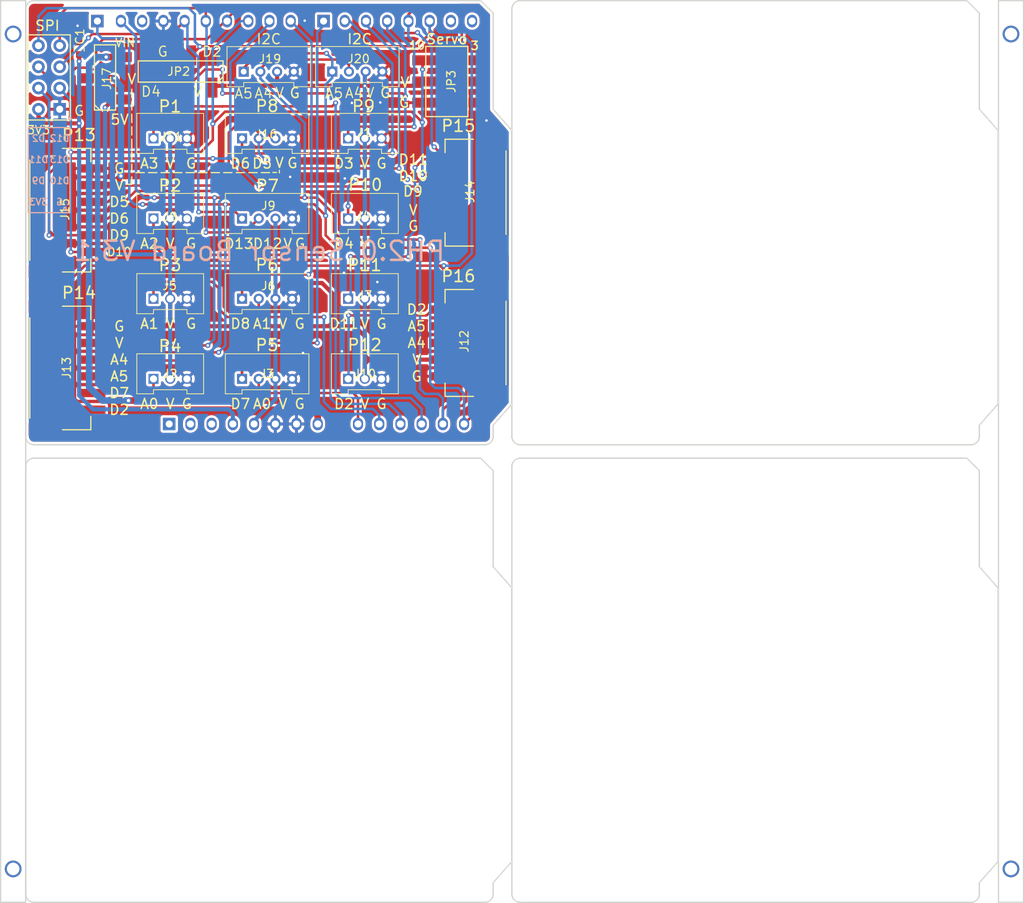
<source format=kicad_pcb>
(kicad_pcb (version 20171130) (host pcbnew "(5.1.9)-1")
  (layers (0 F.Cu signal) (31 B.Cu signal) (34 B.Paste user) (35 F.Paste user) (36 B.SilkS user) (37 F.SilkS user) (38 B.Mask user) (39 F.Mask user) (44 Edge.Cuts user))
  (net 0 "")
  (net 1 +5V)
  (net 2 /RX)
  (net 3 GND)
  (net 4 +3V3)
  (net 5 /D2)
  (net 6 /D4)
  (net 7 /D8)
  (net 8 /D7)
  (net 9 /SDA)
  (net 10 /SCL)
  (net 11 /D5)
  (net 12 /D6)
  (net 13 /D3)
  (net 14 /A1)
  (net 15 /A0)
  (net 16 /A2)
  (net 17 /A3)
  (net 18 /D12)
  (net 19 /D10)
  (net 20 /D13)
  (net 21 /D11)
  (net 22 /D9)
  (net 23 /TX)
  (net 24 "Net-(U1-Pad3)")
  (net 25 "Net-(U1-Pad2)")
  (net 26 "Net-(U1-Pad1)")
  (net 27 "Net-(U1-Pad30)")
  (net 28 VSS)
  (net 29 VIN)
  (module SMD:SMD_3x2P_2.54mm (layer F.Cu) (at 115.584 58.686 270)
    (fp_text reference JP3 (at 0 -0.508 90) (layer F.SilkS))
    (fp_text value Servo*2)
    (pad 4 smd rect (at 2.54 -2.79 270) (size 1.2 3.12) (layers F.Cu F.Paste F.Mask) (net 3 GND))
    (pad 3 smd rect (at 2.54 2.6 270) (size 1.2 3.12) (layers F.Cu F.Paste F.Mask) (net 3 GND))
    (pad 5 smd rect (at 0 -2.79 270) (size 1.2 3.12) (layers F.Cu F.Paste F.Mask) (net 1 +5V))
    (pad 6 smd rect (at -2.54 -2.79 270) (size 1.2 3.12) (layers F.Cu F.Paste F.Mask) (net 13 /D3))
    (pad 1 smd rect (at -2.54 2.6 270) (size 1.2 3.12) (layers F.Cu F.Paste F.Mask) (net 19 /D10))
    (pad 2 smd rect (at 0 2.6 270) (size 1.2 3.12) (layers F.Cu F.Paste F.Mask) (net 1 +5V))
  )
  (module SMD:SMD-2.54mm-Pitch-4P (layer F.Cu) (at 83.7 57.49 180)
    (fp_text reference JP2 (at 0.23 0 180) (layer F.SilkS))
    (fp_text value Ultrasoud)
    (pad 3 smd rect (at 1.27 -1.93 180) (size 1.2 2.4) (layers F.Cu F.Paste F.Mask) (net 6 /D4))
    (pad 2 smd rect (at -1.27 1.93 180) (size 1.2 2.4) (layers F.Cu F.Paste F.Mask) (net 5 /D2))
    (pad 1 smd rect (at -3.81 -1.93 180) (size 1.2 2.4) (layers F.Cu F.Paste F.Mask) (net 1 +5V))
    (pad 4 smd rect (at 3.81 1.93 180) (size 1.2 2.4) (layers F.Cu F.Paste F.Mask) (net 3 GND))
  )
  (module DIP:DIP-PH2.00mm-4A (layer F.Cu) (at 94.248 56.908)
    (fp_text reference J19 (at 0.15 -0.925) (layer F.SilkS))
    (fp_text value I2C)
    (pad 4 thru_hole circle (at 3 0.6) (size 1.2 1.2) (drill 0.7) (layers *.Cu *.Mask) (net 3 GND))
    (pad 3 thru_hole circle (at 1 0.6) (size 1.2 1.2) (drill 0.7) (layers *.Cu *.Mask) (net 1 +5V))
    (pad 1 thru_hole rect (at -3 0.6) (size 1.2 1.2) (drill 0.7) (layers *.Cu *.Mask) (net 10 /SCL))
    (pad 2 thru_hole circle (at -1 0.6) (size 1.2 1.2) (drill 0.7) (layers *.Cu *.Mask) (net 9 /SDA))
  )
  (module DIP:DIP-PH2.00mm-4A (layer F.Cu) (at 104.85 56.9)
    (fp_text reference J20 (at 0.15 -0.925) (layer F.SilkS))
    (fp_text value I2C)
    (pad 4 thru_hole circle (at 3 0.6) (size 1.2 1.2) (drill 0.7) (layers *.Cu *.Mask) (net 3 GND))
    (pad 3 thru_hole circle (at 1 0.6) (size 1.2 1.2) (drill 0.7) (layers *.Cu *.Mask) (net 1 +5V))
    (pad 1 thru_hole rect (at -3 0.6) (size 1.2 1.2) (drill 0.7) (layers *.Cu *.Mask) (net 10 /SCL))
    (pad 2 thru_hole circle (at -1 0.6) (size 1.2 1.2) (drill 0.7) (layers *.Cu *.Mask) (net 9 /SDA))
  )
  (module DIP:DIP-1.5Hole-2.54mm-Pitch-4Px2 (layer F.Cu) (at 67.95 58.2 90)
    (fp_text reference JP1 hide)
    (fp_text value nRF24L01+)
    (pad 4 thru_hole circle (at 3.81 1.27 90) (size 1.5 1.5) (drill 0.85) (layers *.Cu *.Mask) (net 18 /D12))
    (pad 3 thru_hole circle (at 1.27 1.27 90) (size 1.5 1.5) (drill 0.85) (layers *.Cu *.Mask) (net 20 /D13))
    (pad 2 thru_hole circle (at -1.27 1.27 90) (size 1.5 1.5) (drill 0.85) (layers *.Cu *.Mask) (net 19 /D10))
    (pad 1 thru_hole rect (at -3.81 1.27 90) (size 1.5 1.5) (drill 0.85) (layers *.Cu *.Mask) (net 3 GND))
    (pad 7 thru_hole circle (at -1.27 -1.27 90) (size 1.5 1.5) (drill 0.85) (layers *.Cu *.Mask) (net 22 /D9))
    (pad 6 thru_hole circle (at 1.27 -1.27 90) (size 1.5 1.5) (drill 0.85) (layers *.Cu *.Mask) (net 21 /D11))
    (pad 5 thru_hole circle (at 3.81 -1.27 90) (size 1.5 1.5) (drill 0.85) (layers *.Cu *.Mask) (net 5 /D2))
    (pad 8 thru_hole circle (at -3.81 -1.27 90) (size 1.5 1.5) (drill 0.85) (layers *.Cu *.Mask) (net 4 +3V3))
  )
  (module SMD:SMD-2.54mm-Pitch-3P (layer F.Cu) (at 74.65 58.3 90)
    (fp_text reference J17 (at -0.05 0.2 270) (layer F.SilkS))
    (fp_text value JACK_CAP)
    (pad 3 smd rect (at 2.54 2 90) (size 1.2 2.4) (layers F.Cu F.Paste F.Mask) (net 29 VIN))
    (pad 2 smd rect (at 0 -2 90) (size 1.2 2.4) (layers F.Cu F.Paste F.Mask) (net 28 VSS))
    (pad 1 smd rect (at -2.54 2 90) (size 1.2 2.4) (layers F.Cu F.Paste F.Mask) (net 1 +5V))
  )
  (module DIP:DIP-PH2.00mm-4A (layer F.Cu) (at 94.05 74.5)
    (fp_text reference J9 (at 0.15 -0.925) (layer F.SilkS))
    (fp_text value 4pin)
    (pad 2 thru_hole circle (at -1 0.6) (size 1.2 1.2) (drill 0.7) (layers *.Cu *.Mask) (net 18 /D12))
    (pad 1 thru_hole rect (at -3 0.6) (size 1.2 1.2) (drill 0.7) (layers *.Cu *.Mask) (net 20 /D13))
    (pad 3 thru_hole circle (at 1 0.6) (size 1.2 1.2) (drill 0.7) (layers *.Cu *.Mask) (net 1 +5V))
    (pad 4 thru_hole circle (at 3 0.6) (size 1.2 1.2) (drill 0.7) (layers *.Cu *.Mask) (net 3 GND))
  )
  (module MECHAICAL:65mHold (layer F.Cu) (at 183.1 61)
    (fp_text reference REF** hide)
    (fp_text value 65mHold)
    (pad "" np_thru_hole circle (at 0 0) (size 1.65 1.65) (drill 1.65) (layers *.Cu *.Mask))
  )
  (module MECHAICAL:Hole-3x4mm (layer F.Cu) (at 183.1 53)
    (fp_text reference REF** hide)
    (fp_text value Hole-3x4mm)
    (pad "" thru_hole circle (at 0 0) (size 2 2) (drill 1.5) (layers *.Cu *.Mask))
  )
  (module MECHAICAL:65mHold (layer F.Cu) (at 183.1 145 180)
    (fp_text reference REF** hide)
    (fp_text value 65mHold)
    (pad "" np_thru_hole circle (at 0 0 180) (size 1.65 1.65) (drill 1.65) (layers *.Cu *.Mask))
  )
  (module MECHAICAL:Hole-3x4mm (layer F.Cu) (at 183.1 153 180)
    (fp_text reference REF** hide)
    (fp_text value Hole-3x4mm)
    (pad "" thru_hole circle (at 0 0 180) (size 2 2) (drill 1.5) (layers *.Cu *.Mask))
  )
  (module MECHAICAL:65mHold (layer F.Cu) (at 63.65 145 180)
    (fp_text reference REF** hide)
    (fp_text value 65mHold)
    (pad "" np_thru_hole circle (at 0 0 180) (size 1.65 1.65) (drill 1.65) (layers *.Cu *.Mask))
  )
  (module MECHAICAL:Hole-3x4mm (layer F.Cu) (at 63.65 153 180)
    (fp_text reference REF** hide)
    (fp_text value Hole-3x4mm)
    (pad "" thru_hole circle (at 0 0 180) (size 2 2) (drill 1.5) (layers *.Cu *.Mask))
  )
  (module MECHAICAL:65mHold (layer F.Cu) (at 63.65 61)
    (fp_text reference REF** hide)
    (fp_text value 65mHold)
    (pad "" np_thru_hole circle (at 0 0) (size 1.65 1.65) (drill 1.65) (layers *.Cu *.Mask))
  )
  (module MECHAICAL:Hole-3x4mm (layer F.Cu) (at 63.65 53)
    (fp_text reference REF** hide)
    (fp_text value Hole-3x4mm)
    (pad "" thru_hole circle (at 0 0) (size 2 2) (drill 1.5) (layers *.Cu *.Mask))
  )
  (module SMD:SMD-Horizontal-PH2.00mm-5P (layer F.Cu) (at 118.15 72 270)
    (fp_text reference J14 (at -0.1 -0.2 90) (layer F.SilkS))
    (fp_text value Edge_Con5)
    (pad 1 smd rect (at -4 2.95 270) (size 1 3.2) (layers F.Cu F.Paste F.Mask) (net 21 /D11))
    (pad 5 smd rect (at 4 2.95 270) (size 1 3.2) (layers F.Cu F.Paste F.Mask) (net 3 GND))
    (pad 7 smd rect (at -6.35 -2.95 270) (size 1.5 3.4) (layers F.Cu F.Paste F.Mask))
    (pad 6 smd rect (at 6.35 -2.95 270) (size 1.5 3.4) (layers F.Cu F.Paste F.Mask))
    (pad 2 smd rect (at -2 2.95 270) (size 1 3.2) (layers F.Cu F.Paste F.Mask) (net 19 /D10))
    (pad 3 smd rect (at 0 2.95 270) (size 1 3.2) (layers F.Cu F.Paste F.Mask) (net 22 /D9))
    (pad 4 smd rect (at 2 2.95 270) (size 1 3.2) (layers F.Cu F.Paste F.Mask) (net 1 +5V))
  )
  (module DIP:DIP-PH2.00mm-3A (layer F.Cu) (at 82.45 84.1)
    (fp_text reference J5 (at -0.07 -0.95) (layer F.SilkS))
    (fp_text value Edge_Con3)
    (pad 3 thru_hole circle (at 2 0.6) (size 1.2 1.2) (drill 0.85) (layers *.Cu *.Mask) (net 3 GND))
    (pad 1 thru_hole rect (at -2 0.6) (size 1.2 1.2) (drill 0.85) (layers *.Cu *.Mask) (net 14 /A1))
    (pad 2 thru_hole circle (at 0 0.6) (size 1.2 1.2) (drill 0.85) (layers *.Cu *.Mask) (net 1 +5V))
  )
  (module DIP:ArduinoUnoR3 (layer F.Cu) (at 100.11 75.58)
    (fp_text reference U1 hide)
    (fp_text value ArduinoUnoR3)
    (pad 4 thru_hole oval (at -10.16 24.13) (size 1.2 1.5) (drill 0.85) (layers *.Cu *.Mask) (net 4 +3V3))
    (pad 3 thru_hole oval (at -12.7 24.13) (size 1.2 1.5) (drill 0.85) (layers *.Cu *.Mask) (net 24 "Net-(U1-Pad3)"))
    (pad 2 thru_hole oval (at -15.24 24.13) (size 1.2 1.5) (drill 0.85) (layers *.Cu *.Mask) (net 25 "Net-(U1-Pad2)"))
    (pad 1 thru_hole rect (at -17.78 24.13) (size 1.5 1.5) (drill 0.85) (layers *.Cu *.Mask) (net 26 "Net-(U1-Pad1)"))
    (pad 5 thru_hole oval (at -7.62 24.13) (size 1.2 1.5) (drill 0.85) (layers *.Cu *.Mask) (net 1 +5V))
    (pad 6 thru_hole oval (at -5.08 24.13) (size 1.2 1.5) (drill 0.85) (layers *.Cu *.Mask) (net 3 GND))
    (pad 7 thru_hole oval (at -2.54 24.13) (size 1.2 1.5) (drill 0.85) (layers *.Cu *.Mask) (net 3 GND))
    (pad 8 thru_hole oval (at 0 24.13) (size 1.2 1.5) (drill 0.85) (layers *.Cu *.Mask) (net 29 VIN))
    (pad 14 thru_hole oval (at 17.52 24.13) (size 1.2 1.5) (drill 0.85) (layers *.Cu *.Mask) (net 10 /SCL))
    (pad 13 thru_hole oval (at 14.98 24.13) (size 1.2 1.5) (drill 0.85) (layers *.Cu *.Mask) (net 9 /SDA))
    (pad 12 thru_hole oval (at 12.44 24.13) (size 1.2 1.5) (drill 0.85) (layers *.Cu *.Mask) (net 17 /A3))
    (pad 11 thru_hole oval (at 9.9 24.13) (size 1.2 1.5) (drill 0.85) (layers *.Cu *.Mask) (net 16 /A2))
    (pad 9 thru_hole oval (at 4.82 24.13) (size 1.2 1.5) (drill 0.85) (layers *.Cu *.Mask) (net 15 /A0))
    (pad 10 thru_hole oval (at 7.36 24.13) (size 1.2 1.5) (drill 0.85) (layers *.Cu *.Mask) (net 14 /A1))
    (pad 15 thru_hole oval (at 18.48 -24.13) (size 1.2 1.5) (drill 0.85) (layers *.Cu *.Mask) (net 2 /RX))
    (pad 16 thru_hole oval (at 15.94 -24.13) (size 1.2 1.5) (drill 0.85) (layers *.Cu *.Mask) (net 23 /TX))
    (pad 17 thru_hole oval (at 13.4 -24.13) (size 1.2 1.5) (drill 0.85) (layers *.Cu *.Mask) (net 5 /D2))
    (pad 18 thru_hole oval (at 10.86 -24.13) (size 1.2 1.5) (drill 0.85) (layers *.Cu *.Mask) (net 13 /D3))
    (pad 22 thru_hole rect (at 0.7 -24.13) (size 1.5 1.5) (drill 0.85) (layers *.Cu *.Mask) (net 8 /D7))
    (pad 21 thru_hole oval (at 3.24 -24.13) (size 1.2 1.5) (drill 0.85) (layers *.Cu *.Mask) (net 12 /D6))
    (pad 20 thru_hole oval (at 5.78 -24.13) (size 1.2 1.5) (drill 0.85) (layers *.Cu *.Mask) (net 11 /D5))
    (pad 19 thru_hole oval (at 8.32 -24.13) (size 1.2 1.5) (drill 0.85) (layers *.Cu *.Mask) (net 6 /D4))
    (pad 27 thru_hole oval (at -13.397 -24.13) (size 1.2 1.5) (drill 0.85) (layers *.Cu *.Mask) (net 18 /D12))
    (pad 28 thru_hole oval (at -15.937 -24.13) (size 1.2 1.5) (drill 0.85) (layers *.Cu *.Mask) (net 20 /D13))
    (pad 29 thru_hole oval (at -18.477 -24.13) (size 1.2 1.5) (drill 0.85) (layers *.Cu *.Mask) (net 3 GND))
    (pad 30 thru_hole oval (at -21.017 -24.13) (size 1.2 1.5) (drill 0.85) (layers *.Cu *.Mask) (net 27 "Net-(U1-Pad30)"))
    (pad 26 thru_hole oval (at -10.857 -24.13) (size 1.2 1.5) (drill 0.85) (layers *.Cu *.Mask) (net 21 /D11))
    (pad 25 thru_hole oval (at -8.317 -24.13) (size 1.2 1.5) (drill 0.85) (layers *.Cu *.Mask) (net 19 /D10))
    (pad 24 thru_hole oval (at -5.777 -24.13) (size 1.2 1.5) (drill 0.85) (layers *.Cu *.Mask) (net 22 /D9))
    (pad 23 thru_hole oval (at -3.237 -24.13) (size 1.2 1.5) (drill 0.85) (layers *.Cu *.Mask) (net 7 /D8))
    (pad 31 thru_hole oval (at -23.557 -24.13) (size 1.2 1.5) (drill 0.85) (layers *.Cu *.Mask) (net 9 /SDA))
    (pad 32 thru_hole rect (at -26.38 -24.13) (size 1.5 1.5) (drill 0.85) (layers *.Cu *.Mask) (net 10 /SCL))
  )
  (module DIP:DIP-PH2.00mm-4A (layer F.Cu) (at 94.05 64.9)
    (fp_text reference J16 (at -0.1 0.1) (layer F.SilkS))
    (fp_text value Edge_Con4)
    (pad 2 thru_hole circle (at -1 0.6) (size 1.2 1.2) (drill 0.7) (layers *.Cu *.Mask) (net 11 /D5))
    (pad 1 thru_hole rect (at -3 0.6) (size 1.2 1.2) (drill 0.7) (layers *.Cu *.Mask) (net 12 /D6))
    (pad 3 thru_hole circle (at 1 0.6) (size 1.2 1.2) (drill 0.7) (layers *.Cu *.Mask) (net 28 VSS))
    (pad 4 thru_hole circle (at 3 0.6) (size 1.2 1.2) (drill 0.7) (layers *.Cu *.Mask) (net 3 GND))
  )
  (module DIP:DIP-PH2.00mm-3A (layer F.Cu) (at 105.75 64.9)
    (fp_text reference J1 (at -0.1 -0.1) (layer F.SilkS))
    (fp_text value Edge_Con3)
    (pad 3 thru_hole circle (at 2 0.6) (size 1.2 1.2) (drill 0.85) (layers *.Cu *.Mask) (net 3 GND))
    (pad 1 thru_hole rect (at -2 0.6) (size 1.2 1.2) (drill 0.85) (layers *.Cu *.Mask) (net 13 /D3))
    (pad 2 thru_hole circle (at 0 0.6) (size 1.2 1.2) (drill 0.85) (layers *.Cu *.Mask) (net 1 +5V))
  )
  (module SMD:SMD-Horizontal-PH2.00mm-6P (layer F.Cu) (at 70.15 74.1 90)
    (fp_text reference J15 (at 0.1 -0.3 90) (layer F.SilkS))
    (fp_text value Edge_Con6)
    (pad 6 smd rect (at 5 2.95 90) (size 1 3.2) (layers F.Cu F.Paste F.Mask) (net 3 GND))
    (pad 1 smd rect (at -5 2.95 90) (size 1 3.2) (layers F.Cu F.Paste F.Mask) (net 19 /D10))
    (pad 5 smd rect (at 3 2.95 90) (size 1 3.2) (layers F.Cu F.Paste F.Mask) (net 28 VSS))
    (pad 8 smd rect (at -7.35 -2.95 90) (size 1.5 3.4) (layers F.Cu F.Paste F.Mask))
    (pad 7 smd rect (at 7.35 -2.95 90) (size 1.5 3.4) (layers F.Cu F.Paste F.Mask))
    (pad 2 smd rect (at -3 2.95 90) (size 1 3.2) (layers F.Cu F.Paste F.Mask) (net 22 /D9))
    (pad 3 smd rect (at -1 2.95 90) (size 1 3.2) (layers F.Cu F.Paste F.Mask) (net 12 /D6))
    (pad 4 smd rect (at 1 2.95 90) (size 1 3.2) (layers F.Cu F.Paste F.Mask) (net 11 /D5))
  )
  (module SMD:SMD-Horizontal-PH2.00mm-6P (layer F.Cu) (at 70.15 93 90)
    (fp_text reference J13 (at 0 -0.1 90) (layer F.SilkS))
    (fp_text value Edge_Con6)
    (pad 6 smd rect (at 5 2.95 90) (size 1 3.2) (layers F.Cu F.Paste F.Mask) (net 3 GND))
    (pad 1 smd rect (at -5 2.95 90) (size 1 3.2) (layers F.Cu F.Paste F.Mask) (net 5 /D2))
    (pad 5 smd rect (at 3 2.95 90) (size 1 3.2) (layers F.Cu F.Paste F.Mask) (net 1 +5V))
    (pad 8 smd rect (at -7.35 -2.95 90) (size 1.5 3.4) (layers F.Cu F.Paste F.Mask))
    (pad 7 smd rect (at 7.35 -2.95 90) (size 1.5 3.4) (layers F.Cu F.Paste F.Mask))
    (pad 2 smd rect (at -3 2.95 90) (size 1 3.2) (layers F.Cu F.Paste F.Mask) (net 8 /D7))
    (pad 3 smd rect (at -1 2.95 90) (size 1 3.2) (layers F.Cu F.Paste F.Mask) (net 10 /SCL))
    (pad 4 smd rect (at 1 2.95 90) (size 1 3.2) (layers F.Cu F.Paste F.Mask) (net 9 /SDA))
  )
  (module SMD:SMD-Horizontal-PH2.00mm-5P (layer F.Cu) (at 118.15 90 270)
    (fp_text reference J12 (at -0.2 0.5 90) (layer F.SilkS))
    (fp_text value Edge_Con5)
    (pad 1 smd rect (at -4 2.95 270) (size 1 3.2) (layers F.Cu F.Paste F.Mask) (net 5 /D2))
    (pad 5 smd rect (at 4 2.95 270) (size 1 3.2) (layers F.Cu F.Paste F.Mask) (net 3 GND))
    (pad 7 smd rect (at -6.35 -2.95 270) (size 1.5 3.4) (layers F.Cu F.Paste F.Mask))
    (pad 6 smd rect (at 6.35 -2.95 270) (size 1.5 3.4) (layers F.Cu F.Paste F.Mask))
    (pad 2 smd rect (at -2 2.95 270) (size 1 3.2) (layers F.Cu F.Paste F.Mask) (net 10 /SCL))
    (pad 3 smd rect (at 0 2.95 270) (size 1 3.2) (layers F.Cu F.Paste F.Mask) (net 9 /SDA))
    (pad 4 smd rect (at 2 2.95 270) (size 1 3.2) (layers F.Cu F.Paste F.Mask) (net 1 +5V))
  )
  (module DIP:DIP-PH2.00mm-3A (layer F.Cu) (at 82.45 64.9)
    (fp_text reference J11 (at 0.1 0.4) (layer F.SilkS))
    (fp_text value Edge_Con3)
    (pad 3 thru_hole circle (at 2 0.6) (size 1.2 1.2) (drill 0.85) (layers *.Cu *.Mask) (net 3 GND))
    (pad 1 thru_hole rect (at -2 0.6) (size 1.2 1.2) (drill 0.85) (layers *.Cu *.Mask) (net 17 /A3))
    (pad 2 thru_hole circle (at 0 0.6) (size 1.2 1.2) (drill 0.85) (layers *.Cu *.Mask) (net 1 +5V))
  )
  (module DIP:DIP-PH2.00mm-3A (layer F.Cu) (at 105.75 93.7)
    (fp_text reference J10 (at 0 0) (layer F.SilkS))
    (fp_text value Edge_Con3)
    (pad 3 thru_hole circle (at 2 0.6) (size 1.2 1.2) (drill 0.85) (layers *.Cu *.Mask) (net 3 GND))
    (pad 1 thru_hole rect (at -2 0.6) (size 1.2 1.2) (drill 0.85) (layers *.Cu *.Mask) (net 5 /D2))
    (pad 2 thru_hole circle (at 0 0.6) (size 1.2 1.2) (drill 0.85) (layers *.Cu *.Mask) (net 1 +5V))
  )
  (module DIP:DIP-PH2.00mm-3A (layer F.Cu) (at 82.45 74.5)
    (fp_text reference J8 (at 0 0.4) (layer F.SilkS))
    (fp_text value Edge_Con3)
    (pad 3 thru_hole circle (at 2 0.6) (size 1.2 1.2) (drill 0.85) (layers *.Cu *.Mask) (net 3 GND))
    (pad 1 thru_hole rect (at -2 0.6) (size 1.2 1.2) (drill 0.85) (layers *.Cu *.Mask) (net 16 /A2))
    (pad 2 thru_hole circle (at 0 0.6) (size 1.2 1.2) (drill 0.85) (layers *.Cu *.Mask) (net 1 +5V))
  )
  (module DIP:DIP-PH2.00mm-3A (layer F.Cu) (at 105.75 84.1)
    (fp_text reference J7 (at 0 0.2) (layer F.SilkS))
    (fp_text value Edge_Con3)
    (pad 3 thru_hole circle (at 2 0.6) (size 1.2 1.2) (drill 0.85) (layers *.Cu *.Mask) (net 3 GND))
    (pad 1 thru_hole rect (at -2 0.6) (size 1.2 1.2) (drill 0.85) (layers *.Cu *.Mask) (net 21 /D11))
    (pad 2 thru_hole circle (at 0 0.6) (size 1.2 1.2) (drill 0.85) (layers *.Cu *.Mask) (net 1 +5V))
  )
  (module DIP:DIP-PH2.00mm-4A (layer F.Cu) (at 94.05 84.1)
    (fp_text reference J6 (at 0.15 -0.925) (layer F.SilkS))
    (fp_text value 4pin)
    (pad 2 thru_hole circle (at -1 0.6) (size 1.2 1.2) (drill 0.7) (layers *.Cu *.Mask) (net 14 /A1))
    (pad 1 thru_hole rect (at -3 0.6) (size 1.2 1.2) (drill 0.7) (layers *.Cu *.Mask) (net 7 /D8))
    (pad 3 thru_hole circle (at 1 0.6) (size 1.2 1.2) (drill 0.7) (layers *.Cu *.Mask) (net 1 +5V))
    (pad 4 thru_hole circle (at 3 0.6) (size 1.2 1.2) (drill 0.7) (layers *.Cu *.Mask) (net 3 GND))
  )
  (module DIP:DIP-PH2.00mm-3A (layer F.Cu) (at 105.75 74.5)
    (fp_text reference J4 (at -0.2 0.3) (layer F.SilkS))
    (fp_text value Edge_Con3)
    (pad 3 thru_hole circle (at 2 0.6) (size 1.2 1.2) (drill 0.85) (layers *.Cu *.Mask) (net 3 GND))
    (pad 1 thru_hole rect (at -2 0.6) (size 1.2 1.2) (drill 0.85) (layers *.Cu *.Mask) (net 6 /D4))
    (pad 2 thru_hole circle (at 0 0.6) (size 1.2 1.2) (drill 0.85) (layers *.Cu *.Mask) (net 1 +5V))
  )
  (module DIP:DIP-PH2.00mm-4A (layer F.Cu) (at 94.05 93.7)
    (fp_text reference J3 (at 0 0) (layer F.SilkS))
    (fp_text value Edge_Con4)
    (pad 2 thru_hole circle (at -1 0.6) (size 1.2 1.2) (drill 0.7) (layers *.Cu *.Mask) (net 15 /A0))
    (pad 1 thru_hole rect (at -3 0.6) (size 1.2 1.2) (drill 0.7) (layers *.Cu *.Mask) (net 8 /D7))
    (pad 3 thru_hole circle (at 1 0.6) (size 1.2 1.2) (drill 0.7) (layers *.Cu *.Mask) (net 1 +5V))
    (pad 4 thru_hole circle (at 3 0.6) (size 1.2 1.2) (drill 0.7) (layers *.Cu *.Mask) (net 3 GND))
  )
  (module DIP:DIP-PH2.00mm-3A (layer F.Cu) (at 82.45 93.7)
    (fp_text reference J2 (at 0 0) (layer F.SilkS))
    (fp_text value Edge_Con3)
    (pad 3 thru_hole circle (at 2 0.6) (size 1.2 1.2) (drill 0.85) (layers *.Cu *.Mask) (net 3 GND))
    (pad 1 thru_hole rect (at -2 0.6) (size 1.2 1.2) (drill 0.85) (layers *.Cu *.Mask) (net 15 /A0))
    (pad 2 thru_hole circle (at 0 0.6) (size 1.2 1.2) (drill 0.85) (layers *.Cu *.Mask) (net 1 +5V))
  )
  (module SMD:C_0603 (layer F.Cu) (at 71.55 54.7 90)
    (fp_text reference C1 (at 1.4 0.1 90) (layer F.SilkS))
    (fp_text value 10uF)
    (pad 1 smd rect (at -0.75 0 90) (size 0.8 0.75) (layers F.Cu F.Paste F.Mask) (net 4 +3V3))
    (pad 2 smd rect (at 0.75 0 90) (size 0.8 0.75) (layers F.Cu F.Paste F.Mask) (net 3 GND))
  )
  (gr_line (start 65.15 157) (end 62.15 157) (layer Edge.Cuts) (width 0.15))
  (gr_line (start 181.6 157) (end 184.6 157) (layer Edge.Cuts) (width 0.15))
  (gr_line (start 181.6 49) (end 181.6 157) (layer Edge.Cuts) (width 0.15))
  (gr_line (start 181.6 64.55) (end 181.6 97.31) (angle 90) (layer Edge.Cuts) (width 0.15))
  (gr_line (start 124.35 49) (end 177.81 49) (angle 90) (layer Edge.Cuts) (width 0.15))
  (gr_line (start 177.81 49) (end 179.31 50.5) (angle 90) (layer Edge.Cuts) (width 0.15))
  (gr_line (start 179.31 50.5) (end 179.31 62) (angle 90) (layer Edge.Cuts) (width 0.15))
  (gr_line (start 179.31 62) (end 181.55 64.55) (angle 90) (layer Edge.Cuts) (width 0.15))
  (gr_arc (start 124.35 101.2) (end 124.35 102.2) (angle 90) (layer Edge.Cuts) (width 0.15))
  (gr_line (start 123.35 101.2) (end 123.35 50) (angle 90) (layer Edge.Cuts) (width 0.15))
  (gr_line (start 178.31 102.2) (end 124.35 102.2) (angle 90) (layer Edge.Cuts) (width 0.15))
  (gr_line (start 179.31 99.85) (end 181.55 97.31) (angle 90) (layer Edge.Cuts) (width 0.15))
  (gr_line (start 179.31 101.2) (end 179.31 99.85) (angle 90) (layer Edge.Cuts) (width 0.15))
  (gr_arc (start 178.31 101.2) (end 179.31 101.2) (angle 90) (layer Edge.Cuts) (width 0.15))
  (gr_line (start 124.35 103.8) (end 177.81 103.8) (angle 90) (layer Edge.Cuts) (width 0.15))
  (gr_line (start 177.81 103.8) (end 179.31 105.3) (angle 90) (layer Edge.Cuts) (width 0.15))
  (gr_line (start 179.31 105.3) (end 179.31 116.8) (angle 90) (layer Edge.Cuts) (width 0.15))
  (gr_line (start 179.31 116.8) (end 181.55 119.35) (angle 90) (layer Edge.Cuts) (width 0.15))
  (gr_line (start 123.35 156) (end 123.35 104.8) (angle 90) (layer Edge.Cuts) (width 0.15))
  (gr_arc (start 124.35 104.8) (end 123.35 104.8) (angle 90) (layer Edge.Cuts) (width 0.15))
  (gr_line (start 178.31 157) (end 124.35 157) (angle 90) (layer Edge.Cuts) (width 0.15))
  (gr_arc (start 124.35 156) (end 124.35 157) (angle 90) (layer Edge.Cuts) (width 0.15))
  (gr_arc (start 124.35 50) (end 123.35 50) (angle 90) (layer Edge.Cuts) (width 0.15))
  (gr_line (start 123.35 64.55) (end 123.35 97.31) (angle 90) (layer Edge.Cuts) (width 0.15))
  (gr_text V (at 85.75 59.9) (layer F.SilkS) (effects (font (size 1.2 1.2))))
  (gr_text D4 (at 80.15 59.9) (layer F.SilkS) (effects (font (size 1.2 1.2))))
  (gr_text D2 (at 87.45 55.1) (layer F.SilkS) (effects (font (size 1.2 1.2))))
  (gr_text G (at 81.55 55.1) (layer F.SilkS) (effects (font (size 1.2 1.2))))
  (gr_text A5 (at 91.24 60.12) (layer F.SilkS) (effects (font (size 1.2 1.2))))
  (gr_text A4 (at 93.63 60.08) (layer F.SilkS) (effects (font (size 1.2 1.2))))
  (gr_text V (at 95.55 60.05) (layer F.SilkS) (effects (font (size 1.2 1.2))))
  (gr_text G (at 97.36 60.06) (layer F.SilkS) (effects (font (size 1.2 1.2) (thickness 0.18))))
  (gr_text A5 (at 102.07 60.11) (layer F.SilkS) (effects (font (size 1.2 1.2))))
  (gr_text A4 (at 104.46 60.07) (layer F.SilkS) (effects (font (size 1.2 1.2))))
  (gr_text V (at 106.38 60.04) (layer F.SilkS) (effects (font (size 1.2 1.2))))
  (gr_line (start 94.74 69.58) (end 95.17 69.58) (layer F.SilkS) (width 0.15))
  (gr_text G (at 108.19 60.05) (layer F.SilkS) (effects (font (size 1.2 1.2) (thickness 0.18))))
  (gr_line (start 95.52 69.33) (end 95.52 69.63) (layer F.SilkS) (width 0.15))
  (gr_line (start 94.35 69.6) (end 93.35 69.6) (layer F.SilkS) (width 0.15))
  (gr_line (start 92.85 69.6) (end 91.85 69.6) (layer F.SilkS) (width 0.15))
  (gr_line (start 77.15 71) (end 77.85 71) (layer F.SilkS) (width 0.15))
  (gr_line (start 181.55 64.55) (end 181.55 97.31) (angle 90) (layer Edge.Cuts) (width 0.15))
  (gr_line (start 120.11 157) (end 66.15 157) (angle 90) (layer Edge.Cuts) (width 0.15))
  (gr_line (start 123.35 119.35) (end 123.35 152.11) (angle 90) (layer Edge.Cuts) (width 0.15))
  (gr_line (start 65.15 156) (end 65.15 104.8) (angle 90) (layer Edge.Cuts) (width 0.15))
  (gr_line (start 66.15 103.8) (end 119.61 103.8) (angle 90) (layer Edge.Cuts) (width 0.15))
  (gr_line (start 121.11 116.8) (end 123.35 119.35) (angle 90) (layer Edge.Cuts) (width 0.15))
  (gr_line (start 119.61 103.8) (end 121.11 105.3) (angle 90) (layer Edge.Cuts) (width 0.15))
  (gr_arc (start 66.15 104.8) (end 65.15 104.8) (angle 90) (layer Edge.Cuts) (width 0.15))
  (gr_arc (start 66.15 156) (end 66.15 157) (angle 90) (layer Edge.Cuts) (width 0.15))
  (gr_line (start 121.11 105.3) (end 121.11 116.8) (angle 90) (layer Edge.Cuts) (width 0.15))
  (gr_line (start 121.11 154.65) (end 123.35 152.11) (angle 90) (layer Edge.Cuts) (width 0.15))
  (gr_arc (start 120.11 156) (end 121.11 156) (angle 90) (layer Edge.Cuts) (width 0.15))
  (gr_line (start 121.11 156) (end 121.11 154.65) (angle 90) (layer Edge.Cuts) (width 0.15))
  (gr_line (start 181.55 119.35) (end 181.55 152.11) (angle 90) (layer Edge.Cuts) (width 0.15))
  (gr_line (start 179.31 154.65) (end 181.55 152.11) (angle 90) (layer Edge.Cuts) (width 0.15))
  (gr_arc (start 178.31 156) (end 179.31 156) (angle 90) (layer Edge.Cuts) (width 0.15))
  (gr_line (start 179.31 156) (end 179.31 154.65) (angle 90) (layer Edge.Cuts) (width 0.15))
  (gr_line (start 184.6 157) (end 184.6 49) (layer Edge.Cuts) (width 0.15))
  (gr_line (start 184.6 49) (end 181.6 49) (layer Edge.Cuts) (width 0.15))
  (gr_line (start 62.15 49) (end 62.15 157) (layer Edge.Cuts) (width 0.15))
  (gr_line (start 65.15 157) (end 65.15 49) (layer Edge.Cuts) (width 0.15))
  (gr_line (start 65.15 49) (end 62.15 49) (layer Edge.Cuts) (width 0.15))
  (gr_text Servo (at 115.584 53.606) (layer F.SilkS) (effects (font (size 1.2 1.2) (thickness 0.18))))
  (gr_text " I2C" (at 104.662 53.606) (layer F.SilkS) (effects (font (size 1.2 1.2) (thickness 0.18))))
  (gr_text I2C (at 94.248 53.606) (layer F.SilkS) (effects (font (size 1.2 1.2) (thickness 0.16))))
  (gr_line (start 90.35 69.6) (end 91.35 69.6) (layer F.SilkS) (width 0.15))
  (gr_line (start 87.35 69.6) (end 88.35 69.6) (layer F.SilkS) (width 0.15))
  (gr_line (start 88.85 69.6) (end 89.85 69.6) (layer F.SilkS) (width 0.15))
  (gr_line (start 85.85 69.6) (end 86.85 69.6) (layer F.SilkS) (width 0.15))
  (gr_line (start 82.85 69.6) (end 83.85 69.6) (layer F.SilkS) (width 0.15))
  (gr_line (start 84.35 69.6) (end 85.35 69.6) (layer F.SilkS) (width 0.15))
  (gr_line (start 78.35 69.6) (end 79.35 69.6) (layer F.SilkS) (width 0.15))
  (gr_line (start 79.85 69.6) (end 80.85 69.6) (layer F.SilkS) (width 0.15))
  (gr_line (start 81.35 69.6) (end 82.35 69.6) (layer F.SilkS) (width 0.15))
  (gr_line (start 77.85 65.6) (end 77.85 66.6) (layer F.SilkS) (width 0.15))
  (gr_line (start 77.85 59.6) (end 77.85 60.6) (layer F.SilkS) (width 0.15))
  (gr_line (start 77.85 61.1) (end 77.85 62.1) (layer F.SilkS) (width 0.15))
  (gr_line (start 77.85 62.6) (end 77.85 63.6) (layer F.SilkS) (width 0.15))
  (gr_line (start 77.85 64.1) (end 77.85 65.1) (layer F.SilkS) (width 0.15))
  (gr_line (start 77.85 67.1) (end 77.85 68.1) (layer F.SilkS) (width 0.15))
  (gr_line (start 77.85 68.6) (end 77.85 69.6) (layer F.SilkS) (width 0.15))
  (gr_line (start 77.85 70.1) (end 77.85 71) (layer F.SilkS) (width 0.15))
  (gr_text 10 (at 112 54.35) (layer F.SilkS) (effects (font (size 1 1) (thickness 0.16))))
  (gr_text V (at 110.55 58.8) (layer F.SilkS) (effects (font (size 1.2 1.2) (thickness 0.18))))
  (gr_text G (at 110.45 61.2) (layer F.SilkS) (effects (font (size 1.2 1.2) (thickness 0.18))))
  (gr_text "PH2.0 Sensor Board V3.1" (at 93.11 79) (layer B.SilkS) (effects (font (size 2.3 2.3) (thickness 0.3)) (justify mirror)))
  (gr_text 3V3 (at 66.68 64.5) (layer F.SilkS) (effects (font (size 1 1))))
  (gr_text G (at 71.55 62.2) (layer F.SilkS) (effects (font (size 1.2 1.2))))
  (gr_circle (center 69.85 73.9) (end 69.95 74) (layer B.SilkS) (width 0.15))
  (gr_circle (center 70.45 63.158579) (end 70.55 63.258579) (layer B.SilkS) (width 0.15))
  (gr_text G (at 69.22 73.11) (layer B.SilkS) (effects (font (size 0.8 0.8)) (justify mirror)))
  (gr_text 3V3 (at 66.68 73.11) (layer B.SilkS) (effects (font (size 0.8 0.8)) (justify mirror)))
  (gr_text D10 (at 69.22 70.57) (layer B.SilkS) (effects (font (size 0.8 0.8)) (justify mirror)))
  (gr_text D9 (at 66.68 70.57) (layer B.SilkS) (effects (font (size 0.8 0.8)) (justify mirror)))
  (gr_text D13 (at 69.22 68.03) (layer B.SilkS) (effects (font (size 0.8 0.8)) (justify mirror)))
  (gr_text D11 (at 66.68 68.03) (layer B.SilkS) (effects (font (size 0.8 0.8)) (justify mirror)))
  (gr_text D12 (at 69.22 65.49) (layer B.SilkS) (effects (font (size 0.8 0.8)) (justify mirror)))
  (gr_text D2 (at 66.68 65.49) (layer B.SilkS) (effects (font (size 0.8 0.8)) (justify mirror)))
  (gr_line (start 70.45 74.4) (end 65.45 74.4) (layer B.SilkS) (width 0.15))
  (gr_line (start 70.45 64.2) (end 70.45 74.4) (layer B.SilkS) (width 0.15))
  (gr_line (start 65.45 64.2) (end 70.45 64.2) (layer B.SilkS) (width 0.15))
  (gr_line (start 65.45 74.4) (end 65.45 64.2) (layer B.SilkS) (width 0.15))
  (gr_text SPI (at 67.75 52) (layer F.SilkS) (effects (font (size 1.2 1.2) (thickness 0.18))))
  (gr_text D5 (at 93.45 68.5) (layer F.SilkS) (effects (font (size 1.2 1.2) (thickness 0.18))))
  (gr_text V (at 95.53 68.42) (layer F.SilkS) (effects (font (size 1.2 1.2) (thickness 0.18))))
  (gr_text G (at 97.08 68.46) (layer F.SilkS) (effects (font (size 1.2 1.2) (thickness 0.18))))
  (gr_text D6 (at 90.85 68.5) (layer F.SilkS) (effects (font (size 1.2 1.2) (thickness 0.18))))
  (gr_text 3 (at 118.9 54.4) (layer F.SilkS) (effects (font (size 1 1) (thickness 0.18))))
  (gr_text D11 (at 111.55 68.05) (layer F.SilkS) (effects (font (size 1.2 1.2) (thickness 0.18))))
  (gr_text D10 (at 111.55 70) (layer F.SilkS) (effects (font (size 1.2 1.2) (thickness 0.18))))
  (gr_text D9 (at 111.5 71.85) (layer F.SilkS) (effects (font (size 1.2 1.2) (thickness 0.18))))
  (gr_text V (at 111.55 74.1) (layer F.SilkS) (effects (font (size 1.2 1.2) (thickness 0.18))))
  (gr_text G (at 111.55 76) (layer F.SilkS) (effects (font (size 1.2 1.2) (thickness 0.18))))
  (gr_text G (at 111.95 94) (layer F.SilkS) (effects (font (size 1.2 1.2) (thickness 0.18))))
  (gr_text V (at 111.95 92) (layer F.SilkS) (effects (font (size 1.2 1.2) (thickness 0.18))))
  (gr_text A4 (at 111.95 90) (layer F.SilkS) (effects (font (size 1.2 1.2) (thickness 0.18))))
  (gr_text A5 (at 111.95 88) (layer F.SilkS) (effects (font (size 1.2 1.2) (thickness 0.18))))
  (gr_text D2 (at 111.95 86) (layer F.SilkS) (effects (font (size 1.2 1.2) (thickness 0.18))))
  (gr_text D10 (at 76.35 79.1) (layer F.SilkS) (effects (font (size 1 1) (thickness 0.16))))
  (gr_text D6 (at 76.35 75.1) (layer F.SilkS) (effects (font (size 1.2 1.2) (thickness 0.18))))
  (gr_text D9 (at 76.35 77.1) (layer F.SilkS) (effects (font (size 1.2 1.2) (thickness 0.18))))
  (gr_text D5 (at 76.35 73.1) (layer F.SilkS) (effects (font (size 1.2 1.2) (thickness 0.18))))
  (gr_text V (at 76.35 71.1) (layer F.SilkS) (effects (font (size 1.2 1.2) (thickness 0.18))))
  (gr_text G (at 76.35 69.1) (layer F.SilkS) (effects (font (size 1.2 1.2) (thickness 0.18))))
  (gr_text D2 (at 76.35 98) (layer F.SilkS) (effects (font (size 1.2 1.2) (thickness 0.18))))
  (gr_text D7 (at 76.35 96) (layer F.SilkS) (effects (font (size 1.2 1.2) (thickness 0.18))))
  (gr_text A5 (at 76.35 94) (layer F.SilkS) (effects (font (size 1.2 1.2) (thickness 0.18))))
  (gr_text A4 (at 76.35 92) (layer F.SilkS) (effects (font (size 1.2 1.2) (thickness 0.18))))
  (gr_text V (at 76.35 90) (layer F.SilkS) (effects (font (size 1.2 1.2) (thickness 0.18))))
  (gr_text G (at 76.35 88) (layer F.SilkS) (effects (font (size 1.2 1.2) (thickness 0.18))))
  (gr_text D13 (at 90.68 78.12) (layer F.SilkS) (effects (font (size 1.2 1.2) (thickness 0.18))))
  (gr_text G (at 98 78.12) (layer F.SilkS) (effects (font (size 1.2 1.2) (thickness 0.18))))
  (gr_text V (at 96.52 78.13) (layer F.SilkS) (effects (font (size 1.2 1.2) (thickness 0.18))))
  (gr_text D12 (at 94.11 78.12) (layer F.SilkS) (effects (font (size 1.2 1.2) (thickness 0.18))))
  (gr_text D7 (at 90.85 97.3) (layer F.SilkS) (effects (font (size 1.2 1.2) (thickness 0.18))))
  (gr_text G (at 97.95 97.3) (layer F.SilkS) (effects (font (size 1.2 1.2) (thickness 0.18))))
  (gr_text V (at 95.95 97.3) (layer F.SilkS) (effects (font (size 1.2 1.2) (thickness 0.18))))
  (gr_text A0 (at 93.45 97.3) (layer F.SilkS) (effects (font (size 1.2 1.2) (thickness 0.18))))
  (gr_text G (at 97.95 87.7) (layer F.SilkS) (effects (font (size 1.2 1.2) (thickness 0.18))))
  (gr_text D8 (at 90.85 87.7) (layer F.SilkS) (effects (font (size 1.2 1.2) (thickness 0.18))))
  (gr_text A1 (at 93.45 87.7) (layer F.SilkS) (effects (font (size 1.2 1.2) (thickness 0.18))))
  (gr_text V (at 95.95 87.7) (layer F.SilkS) (effects (font (size 1.2 1.2) (thickness 0.18))))
  (gr_text VIN (at 77.05 54.05) (layer F.SilkS) (effects (font (size 1 1))))
  (gr_text V (at 77.85 58.4) (layer F.SilkS) (effects (font (size 1.2 1.2) (thickness 0.18))))
  (gr_text 5V (at 76.4 63.25) (layer F.SilkS) (effects (font (size 1.2 1.2) (thickness 0.18))))
  (gr_text A3 (at 79.95 68.5) (layer F.SilkS) (effects (font (size 1.2 1.2) (thickness 0.18))))
  (gr_text V (at 82.45 68.5) (layer F.SilkS) (effects (font (size 1.2 1.2) (thickness 0.18))))
  (gr_text G (at 84.95 68.5) (layer F.SilkS) (effects (font (size 1.2 1.2) (thickness 0.18))))
  (gr_text A2 (at 79.95 78.1) (layer F.SilkS) (effects (font (size 1.2 1.2) (thickness 0.18))))
  (gr_text V (at 82.45 78.1) (layer F.SilkS) (effects (font (size 1.2 1.2) (thickness 0.18))))
  (gr_text G (at 84.95 78.1) (layer F.SilkS) (effects (font (size 1.2 1.2) (thickness 0.18))))
  (gr_text A1 (at 79.95 87.7) (layer F.SilkS) (effects (font (size 1.2 1.2) (thickness 0.18))))
  (gr_text V (at 82.45 87.7) (layer F.SilkS) (effects (font (size 1.2 1.2) (thickness 0.18))))
  (gr_text G (at 84.95 87.7) (layer F.SilkS) (effects (font (size 1.2 1.2) (thickness 0.18))))
  (gr_text G (at 84.45 97.3) (layer F.SilkS) (effects (font (size 1.2 1.2) (thickness 0.18))))
  (gr_text V (at 82.45 97.3) (layer F.SilkS) (effects (font (size 1.2 1.2) (thickness 0.18))))
  (gr_text A0 (at 79.95 97.3) (layer F.SilkS) (effects (font (size 1.2 1.2) (thickness 0.18))))
  (gr_text D2 (at 103.25 97.3) (layer F.SilkS) (effects (font (size 1.2 1.2) (thickness 0.18))))
  (gr_text V (at 105.75 97.3) (layer F.SilkS) (effects (font (size 1.2 1.2) (thickness 0.18))))
  (gr_text G (at 107.75 97.3) (layer F.SilkS) (effects (font (size 1.2 1.2) (thickness 0.18))))
  (gr_text D11 (at 103.25 87.7) (layer F.SilkS) (effects (font (size 1.2 1.2) (thickness 0.18))))
  (gr_text V (at 105.75 87.7) (layer F.SilkS) (effects (font (size 1.2 1.2) (thickness 0.18))))
  (gr_text G (at 107.75 87.7) (layer F.SilkS) (effects (font (size 1.2 1.2) (thickness 0.18))))
  (gr_text D4 (at 103.25 78.1) (layer F.SilkS) (effects (font (size 1.2 1.2) (thickness 0.18))))
  (gr_text V (at 105.75 78.1) (layer F.SilkS) (effects (font (size 1.2 1.2) (thickness 0.18))))
  (gr_text G (at 107.75 78.1) (layer F.SilkS) (effects (font (size 1.2 1.2) (thickness 0.18))))
  (gr_text D3 (at 103.25 68.5) (layer F.SilkS) (effects (font (size 1.2 1.2) (thickness 0.18))))
  (gr_text V (at 105.75 68.5) (layer F.SilkS) (effects (font (size 1.2 1.2) (thickness 0.18))))
  (gr_text G (at 107.75 68.5) (layer F.SilkS) (effects (font (size 1.2 1.2) (thickness 0.18))))
  (gr_text P16 (at 116.95 82) (layer F.SilkS) (effects (font (size 1.4 1.4) (thickness 0.2))))
  (gr_text P15 (at 116.95 64) (layer F.SilkS) (effects (font (size 1.4 1.4) (thickness 0.2))))
  (gr_text P14 (at 71.530952 84) (layer F.SilkS) (effects (font (size 1.4 1.4) (thickness 0.2))))
  (gr_text P13 (at 71.530952 65.1) (layer F.SilkS) (effects (font (size 1.4 1.4) (thickness 0.2))))
  (gr_text P4 (at 82.43 90.38) (layer F.SilkS) (effects (font (size 1.4 1.4) (thickness 0.2))))
  (gr_text P3 (at 82.43 80.68) (layer F.SilkS) (effects (font (size 1.4 1.4) (thickness 0.2))))
  (gr_text "P2\n" (at 82.43 71.16) (layer F.SilkS) (effects (font (size 1.4 1.4) (thickness 0.2))))
  (gr_text P1 (at 82.43 61.68) (layer F.SilkS) (effects (font (size 1.4 1.4) (thickness 0.2))))
  (gr_text P5 (at 94.04 90.26) (layer F.SilkS) (effects (font (size 1.4 1.4) (thickness 0.2))))
  (gr_text P6 (at 94.04 80.66) (layer F.SilkS) (effects (font (size 1.4 1.4) (thickness 0.2))))
  (gr_text "P7\n" (at 94.08 71.18) (layer F.SilkS) (effects (font (size 1.4 1.4) (thickness 0.2))))
  (gr_text P8 (at 94.05 61.63) (layer F.SilkS) (effects (font (size 1.4 1.4) (thickness 0.2))))
  (gr_text P12 (at 105.73 90.24) (layer F.SilkS) (effects (font (size 1.4 1.4) (thickness 0.2))))
  (gr_text P11 (at 105.73 80.68) (layer F.SilkS) (effects (font (size 1.4 1.4) (thickness 0.2))))
  (gr_text P10 (at 105.8 71.06) (layer F.SilkS) (effects (font (size 1.4 1.4) (thickness 0.2))))
  (gr_text P9 (at 105.59 61.65) (layer F.SilkS) (effects (font (size 1.4 1.4) (thickness 0.2))))
  (gr_line (start 120.11 102.2) (end 66.15 102.2) (angle 90) (layer Edge.Cuts) (width 0.15))
  (gr_line (start 65.15 101.2) (end 65.15 50) (angle 90) (layer Edge.Cuts) (width 0.15))
  (gr_line (start 66.15 49) (end 119.61 49) (angle 90) (layer Edge.Cuts) (width 0.15))
  (gr_line (start 121.11 62) (end 123.35 64.55) (angle 90) (layer Edge.Cuts) (width 0.15))
  (gr_line (start 119.61 49) (end 121.11 50.5) (angle 90) (layer Edge.Cuts) (width 0.15))
  (gr_arc (start 66.15 50) (end 65.15 50) (angle 90) (layer Edge.Cuts) (width 0.15))
  (gr_arc (start 66.15 101.2) (end 66.15 102.2) (angle 90) (layer Edge.Cuts) (width 0.15))
  (gr_line (start 121.11 50.5) (end 121.11 62) (angle 90) (layer Edge.Cuts) (width 0.15))
  (gr_line (start 121.11 99.85) (end 123.35 97.31) (angle 90) (layer Edge.Cuts) (width 0.15))
  (gr_arc (start 120.11 101.2) (end 121.11 101.2) (angle 90) (layer Edge.Cuts) (width 0.15))
  (gr_line (start 121.11 101.2) (end 121.11 99.85) (angle 90) (layer Edge.Cuts) (width 0.15))
  (segment (start 94.55 88) (end 93.45 88) (width 0.5) (layer F.Cu) (net 1))
  (segment (start 94.55 88) (end 92.45 88) (width 0.5) (layer F.Cu) (net 1))
  (segment (start 92.45 88) (end 92.65 88) (width 0.5) (layer F.Cu) (net 1))
  (segment (start 92.45 88) (end 83.15 88) (width 0.5) (layer F.Cu) (net 1))
  (segment (start 82.45 79.3) (end 82.35 79.4) (width 0.5) (layer B.Cu) (net 1))
  (segment (start 82.45 80) (end 81.85 79.4) (width 0.5) (layer B.Cu) (net 1))
  (segment (start 82.45 80.5) (end 82.45 80) (width 0.5) (layer B.Cu) (net 1))
  (segment (start 82.45 80.5) (end 82.45 79.3) (width 0.5) (layer B.Cu) (net 1))
  (segment (start 82.35 79.4) (end 81.85 79.4) (width 0.5) (layer B.Cu) (net 1))
  (segment (start 82.45 78.8) (end 81.85 79.4) (width 0.5) (layer B.Cu) (net 1))
  (segment (start 82.45 78.7) (end 82.45 78.8) (width 0.5) (layer B.Cu) (net 1))
  (segment (start 82.45 79.3) (end 82.45 78.7) (width 0.5) (layer B.Cu) (net 1))
  (segment (start 81.85 79.4) (end 75.55 79.4) (width 0.5) (layer B.Cu) (net 1))
  (segment (start 75.55 79.4) (end 74.65 78.5) (width 0.5) (layer B.Cu) (net 1))
  (segment (start 82.45 80.5) (end 82.45 94.3) (width 0.5) (layer B.Cu) (net 1))
  (segment (start 82.45 66.348528) (end 82.45 78.7) (width 0.5) (layer B.Cu) (net 1))
  (segment (start 82.45 65.5) (end 82.45 66.348528) (width 0.5) (layer B.Cu) (net 1))
  (segment (start 82.45 87.3) (end 82.45 84.7) (width 0.5) (layer F.Cu) (net 1))
  (segment (start 104.55 88) (end 105.75 89.2) (width 0.5) (layer F.Cu) (net 1))
  (segment (start 113.1 92) (end 115.2 92) (width 0.5) (layer F.Cu) (net 1))
  (segment (start 105.75 94.3) (end 105.75 92.5) (width 0.5) (layer F.Cu) (net 1))
  (segment (start 106.25 92) (end 113.1 92) (width 0.5) (layer F.Cu) (net 1))
  (segment (start 105.75 92.5) (end 106.25 92) (width 0.5) (layer F.Cu) (net 1))
  (segment (start 105.75 91.5) (end 106.25 92) (width 0.5) (layer F.Cu) (net 1))
  (segment (start 105.75 89.2) (end 105.75 90.75) (width 0.5) (layer F.Cu) (net 1))
  (segment (start 105.75 90.75) (end 105.75 91.5) (width 0.5) (layer F.Cu) (net 1))
  (segment (start 105.75 90.75) (end 105.75 94.3) (width 0.5) (layer F.Cu) (net 1))
  (segment (start 92.49 99.31) (end 92.49 99.71) (width 0.5) (layer B.Cu) (net 1))
  (segment (start 95.05 94.3) (end 95.05 96.75) (width 0.5) (layer B.Cu) (net 1))
  (segment (start 95.05 96.75) (end 92.49 99.31) (width 0.5) (layer B.Cu) (net 1))
  (segment (start 95.05 94.3) (end 95.05 75.30001) (width 0.5) (layer B.Cu) (net 1))
  (segment (start 75.2 90) (end 73.1 90) (width 0.5) (layer F.Cu) (net 1))
  (segment (start 77.2 88) (end 75.2 90) (width 0.5) (layer F.Cu) (net 1))
  (segment (start 83.15 88) (end 81.075 88) (width 0.5) (layer F.Cu) (net 1))
  (segment (start 81.075 88) (end 77.2 88) (width 0.5) (layer F.Cu) (net 1))
  (segment (start 82.45 87.475) (end 82.45 87.3) (width 0.5) (layer F.Cu) (net 1))
  (segment (start 83.15 88) (end 82.975 88) (width 0.5) (layer F.Cu) (net 1))
  (segment (start 82.975 88) (end 82.45 87.475) (width 0.5) (layer F.Cu) (net 1))
  (segment (start 81.925 88) (end 82.45 87.475) (width 0.5) (layer F.Cu) (net 1))
  (segment (start 81.075 88) (end 81.925 88) (width 0.5) (layer F.Cu) (net 1))
  (segment (start 103.025 88) (end 104.55 88) (width 0.5) (layer F.Cu) (net 1))
  (segment (start 102.275 88) (end 103.025 88) (width 0.5) (layer F.Cu) (net 1))
  (segment (start 101.85 87.575) (end 102.275 88) (width 0.5) (layer F.Cu) (net 1))
  (segment (start 95.05 83.525) (end 95.75 82.825) (width 0.5) (layer F.Cu) (net 1))
  (segment (start 95.05 84.7) (end 95.05 83.525) (width 0.5) (layer F.Cu) (net 1))
  (segment (start 95.75 82.825) (end 100.625 82.825) (width 0.5) (layer F.Cu) (net 1))
  (segment (start 100.625 82.825) (end 101.85 84.05) (width 0.5) (layer F.Cu) (net 1))
  (segment (start 101.85 84.05) (end 101.85 87.575) (width 0.5) (layer F.Cu) (net 1))
  (segment (start 101.425 88) (end 101.85 87.575) (width 0.5) (layer F.Cu) (net 1))
  (segment (start 100.6 88) (end 101.425 88) (width 0.5) (layer F.Cu) (net 1))
  (segment (start 94.55 88) (end 100.6 88) (width 0.5) (layer F.Cu) (net 1))
  (segment (start 100.6 88) (end 103.025 88) (width 0.5) (layer F.Cu) (net 1))
  (segment (start 75.61 60.84) (end 74.65 61.8) (width 0.5) (layer F.Cu) (net 1))
  (via (at 74.65 61.8) (size 0.6) (drill 0.3) (layers F.Cu B.Cu) (net 1))
  (segment (start 76.65 60.84) (end 75.61 60.84) (width 0.3) (layer F.Cu) (net 1))
  (segment (start 74.65 78.5) (end 74.65 61.8) (width 0.5) (layer B.Cu) (net 1))
  (segment (start 114.41 58.6) (end 115.67 58.6) (width 0.3) (layer F.Cu) (net 1))
  (segment (start 117.22 58.62) (end 118.76 58.62) (width 0.5) (layer F.Cu) (net 1))
  (segment (start 105.75 93.8) (end 105.75 59.21) (width 0.5) (layer B.Cu) (net 1))
  (segment (start 105.75 59.21) (end 105.75 59.2) (width 0.5) (layer B.Cu) (net 1))
  (via (at 105.75 59.21) (size 0.6) (drill 0.3) (layers F.Cu B.Cu) (net 1))
  (segment (start 106.33 59.23) (end 106.3 59.26) (width 0.3) (layer F.Cu) (net 1))
  (segment (start 100.72 59.2) (end 101.68 59.2) (width 0.5) (layer F.Cu) (net 1))
  (segment (start 100.25 59.2) (end 100.72 59.2) (width 0.5) (layer F.Cu) (net 1))
  (segment (start 101.68 59.2) (end 101.92 59.2) (width 0.5) (layer F.Cu) (net 1))
  (segment (start 114.41 58.6) (end 112.99 58.6) (width 0.5) (layer F.Cu) (net 1))
  (segment (start 112.99 58.6) (end 112.39 59.2) (width 0.5) (layer F.Cu) (net 1))
  (segment (start 95.25 58.99) (end 95.46 59.2) (width 0.3) (layer F.Cu) (net 1))
  (segment (start 95.22 58.5) (end 94.52 59.2) (width 0.4) (layer F.Cu) (net 1))
  (segment (start 95.25 58.5) (end 95.22 58.5) (width 0.3) (layer F.Cu) (net 1))
  (segment (start 94.52 59.2) (end 95.46 59.2) (width 0.5) (layer F.Cu) (net 1))
  (segment (start 95.25 57.6) (end 95.25 58.5) (width 0.5) (layer F.Cu) (net 1))
  (segment (start 95.25 58.5) (end 95.25 58.99) (width 0.5) (layer F.Cu) (net 1))
  (segment (start 95.25 58.5) (end 95.3 58.5) (width 0.3) (layer F.Cu) (net 1))
  (segment (start 96 59.2) (end 100.25 59.2) (width 0.5) (layer F.Cu) (net 1))
  (segment (start 95.3 58.5) (end 96 59.2) (width 0.4) (layer F.Cu) (net 1))
  (segment (start 95.46 59.2) (end 96 59.2) (width 0.5) (layer F.Cu) (net 1))
  (segment (start 101.92 59.2) (end 105.17 59.2) (width 0.5) (layer F.Cu) (net 1))
  (segment (start 106.35 59.2) (end 112.39 59.2) (width 0.5) (layer F.Cu) (net 1))
  (segment (start 105.17 59.2) (end 106.35 59.2) (width 0.5) (layer F.Cu) (net 1))
  (segment (start 105.75 57.85) (end 105.75 59.21) (width 0.5) (layer B.Cu) (net 1))
  (segment (start 115.904 58.62) (end 115.71 58.814) (width 0.5) (layer F.Cu) (net 1))
  (segment (start 115.11 58.71) (end 115.65 59.25) (width 0.4) (layer F.Cu) (net 1))
  (segment (start 115.17 58.62) (end 115.17 58.82) (width 0.3) (layer F.Cu) (net 1))
  (segment (start 115.71 58.814) (end 115.71 59.36) (width 0.5) (layer F.Cu) (net 1))
  (segment (start 114.19 58.62) (end 115.17 58.62) (width 0.5) (layer F.Cu) (net 1))
  (segment (start 115.71 59.36) (end 115.76 59.36) (width 0.3) (layer F.Cu) (net 1))
  (segment (start 116.45 58.67) (end 116.45 58.62) (width 0.3) (layer F.Cu) (net 1))
  (segment (start 115.71 59.31) (end 116.4 58.62) (width 0.4) (layer F.Cu) (net 1))
  (segment (start 116.45 58.62) (end 117.22 58.62) (width 0.5) (layer F.Cu) (net 1))
  (segment (start 115.17 58.62) (end 116.45 58.62) (width 0.5) (layer F.Cu) (net 1))
  (segment (start 116.87 74) (end 115.2 74) (width 0.5) (layer F.Cu) (net 1))
  (segment (start 117.86 73.01) (end 116.87 74) (width 0.5) (layer F.Cu) (net 1))
  (segment (start 117.86 65.21) (end 117.86 73.01) (width 0.5) (layer F.Cu) (net 1))
  (segment (start 115.71 63.06) (end 117.86 65.21) (width 0.5) (layer F.Cu) (net 1))
  (segment (start 115.71 59.36) (end 115.71 63.06) (width 0.5) (layer F.Cu) (net 1))
  (segment (start 105.85 57.75) (end 105.75 57.85) (width 0.5) (layer B.Cu) (net 1))
  (segment (start 105.85 57.5) (end 105.85 57.75) (width 0.5) (layer B.Cu) (net 1))
  (segment (start 87.73 59.2) (end 87.51 59.42) (width 0.5) (layer F.Cu) (net 1))
  (segment (start 94.52 59.2) (end 87.73 59.2) (width 0.5) (layer F.Cu) (net 1))
  (via (at 98.35 91.2) (size 0.6) (drill 0.3) (layers F.Cu B.Cu) (net 3))
  (via (at 71.36 52.01) (size 0.6) (drill 0.3) (layers F.Cu B.Cu) (net 3))
  (via (at 107.25 82.7) (size 0.6) (drill 0.3) (layers F.Cu B.Cu) (net 3))
  (via (at 98.55 51.4) (size 0.6) (drill 0.3) (layers F.Cu B.Cu) (net 3))
  (via (at 107.6 61.2) (size 0.6) (drill 0.3) (layers F.Cu B.Cu) (net 3))
  (via (at 96.81 70.11) (size 0.6) (drill 0.3) (layers F.Cu B.Cu) (net 3))
  (via (at 103.35 70.3) (size 0.6) (drill 0.3) (layers F.Cu B.Cu) (net 3))
  (via (at 103.25 81.6) (size 0.6) (drill 0.3) (layers F.Cu B.Cu) (net 3))
  (via (at 120.31 63.36) (size 0.6) (drill 0.3) (layers F.Cu B.Cu) (net 3))
  (via (at 104.2 61.25) (size 0.6) (drill 0.3) (layers F.Cu B.Cu) (net 3))
  (via (at 103 91) (size 0.6) (drill 0.3) (layers F.Cu B.Cu) (net 3))
  (segment (start 89.95 99.71) (end 89.95 98.46) (width 0.5) (layer B.Cu) (net 4))
  (segment (start 89.95 98.46) (end 89.440002 97.950002) (width 0.5) (layer B.Cu) (net 4))
  (segment (start 71.55 96.3) (end 71.55 56.704254) (width 0.5) (layer B.Cu) (net 4))
  (segment (start 73.200002 97.950002) (end 71.55 96.3) (width 0.5) (layer B.Cu) (net 4))
  (via (at 71.55 56.27999) (size 0.6) (drill 0.3) (layers F.Cu B.Cu) (net 4))
  (segment (start 71.55 56.704254) (end 71.55 56.27999) (width 0.5) (layer B.Cu) (net 4))
  (segment (start 89.440002 97.950002) (end 73.200002 97.950002) (width 0.5) (layer B.Cu) (net 4))
  (segment (start 71.55 55.45) (end 71.55 56.27999) (width 0.5) (layer F.Cu) (net 4))
  (via (at 71.55 63.7) (size 0.6) (drill 0.3) (layers F.Cu B.Cu) (net 4))
  (segment (start 67.45 63.7) (end 71.55 63.7) (width 0.5) (layer F.Cu) (net 4))
  (segment (start 66.68 62.11) (end 66.68 62.93) (width 0.5) (layer F.Cu) (net 4))
  (segment (start 66.68 62.93) (end 67.45 63.7) (width 0.5) (layer F.Cu) (net 4))
  (via (at 115.2 80.75) (size 0.6) (drill 0.3) (layers F.Cu B.Cu) (net 5))
  (segment (start 117.1 80.75) (end 115.2 80.75) (width 0.3) (layer B.Cu) (net 5))
  (segment (start 118.55 79.3) (end 117.1 80.75) (width 0.3) (layer B.Cu) (net 5))
  (segment (start 113.51 52.5) (end 114.41 53.4) (width 0.3) (layer B.Cu) (net 5))
  (segment (start 113.51 51.45) (end 113.51 52.5) (width 0.3) (layer B.Cu) (net 5))
  (segment (start 117.75 53.4) (end 118.55 54.2) (width 0.3) (layer B.Cu) (net 5))
  (segment (start 114.41 53.4) (end 117.75 53.4) (width 0.3) (layer B.Cu) (net 5))
  (segment (start 118.55 54.2) (end 118.55 79.3) (width 0.3) (layer B.Cu) (net 5))
  (segment (start 115.2 81.2) (end 114.75 80.75) (width 0.3) (layer F.Cu) (net 5))
  (segment (start 115.2 81.9) (end 115.2 86) (width 0.3) (layer F.Cu) (net 5))
  (segment (start 115.2 81.9) (end 115.2 81.2) (width 0.3) (layer F.Cu) (net 5))
  (segment (start 115.2 80.75) (end 115.2 81.9) (width 0.3) (layer F.Cu) (net 5))
  (segment (start 114.75 80.75) (end 115.2 80.75) (width 0.3) (layer F.Cu) (net 5))
  (segment (start 70.375 97.175) (end 71.2 98) (width 0.3) (layer F.Cu) (net 5))
  (segment (start 71.2 98) (end 73.1 98) (width 0.3) (layer F.Cu) (net 5))
  (segment (start 114.75 80.75) (end 72.225 80.75) (width 0.3) (layer F.Cu) (net 5))
  (segment (start 70.375 82.6) (end 70.375 97.175) (width 0.3) (layer F.Cu) (net 5))
  (segment (start 72.225 80.75) (end 70.375 82.6) (width 0.3) (layer F.Cu) (net 5))
  (segment (start 84.68 49.9) (end 85.404662 50.624662) (width 0.3) (layer B.Cu) (net 5))
  (segment (start 66.68 50.87) (end 66.68 54.49) (width 0.3) (layer B.Cu) (net 5))
  (via (at 86 54.5) (size 0.6) (drill 0.3) (layers F.Cu B.Cu) (net 5))
  (segment (start 84.68 49.9) (end 67.65 49.9) (width 0.3) (layer B.Cu) (net 5))
  (segment (start 67.65 49.9) (end 66.68 50.87) (width 0.3) (layer B.Cu) (net 5))
  (segment (start 86.07 54.46) (end 84.97 55.56) (width 0.3) (layer F.Cu) (net 5))
  (segment (start 112.01 54.46) (end 86.07 54.46) (width 0.3) (layer F.Cu) (net 5))
  (segment (start 113.51 52.96) (end 112.01 54.46) (width 0.3) (layer F.Cu) (net 5))
  (segment (start 113.51 51.45) (end 113.51 52.96) (width 0.3) (layer F.Cu) (net 5))
  (segment (start 85.404662 50.624662) (end 85.404662 53.904662) (width 0.3) (layer B.Cu) (net 5))
  (segment (start 85.404662 53.904662) (end 86 54.5) (width 0.3) (layer B.Cu) (net 5))
  (segment (start 115.2 86) (end 113.85 86) (width 0.3) (layer F.Cu) (net 5))
  (via (at 103.8 86.7) (size 0.6) (drill 0.3) (layers F.Cu B.Cu) (net 5))
  (segment (start 113.15 86.7) (end 103.8 86.7) (width 0.3) (layer F.Cu) (net 5))
  (segment (start 113.85 86) (end 113.15 86.7) (width 0.3) (layer F.Cu) (net 5))
  (segment (start 103.8 94.25) (end 103.75 94.3) (width 0.3) (layer B.Cu) (net 5))
  (segment (start 103.8 86.7) (end 103.8 94.25) (width 0.3) (layer B.Cu) (net 5))
  (via (at 110.6 60.45) (size 0.6) (drill 0.3) (layers F.Cu B.Cu) (net 6))
  (via (at 110.86 70.43) (size 0.6) (drill 0.3) (layers F.Cu B.Cu) (net 6))
  (segment (start 104.63 70.43) (end 104.63 70.43) (width 0.3) (layer F.Cu) (net 6))
  (segment (start 103.75 71.31) (end 104.63 70.43) (width 0.3) (layer B.Cu) (net 6))
  (segment (start 103.75 75.1) (end 103.75 73.62) (width 0.3) (layer F.Cu) (net 6))
  (segment (start 104.63 70.43) (end 110.86 70.43) (width 0.3) (layer F.Cu) (net 6))
  (via (at 104.63 70.43) (size 0.6) (drill 0.3) (layers F.Cu B.Cu) (net 6))
  (segment (start 103.75 73.62) (end 103.75 71.31) (width 0.3) (layer B.Cu) (net 6))
  (via (at 103.75 73.62) (size 0.6) (drill 0.3) (layers F.Cu B.Cu) (net 6))
  (segment (start 110.6 70.17) (end 110.86 70.43) (width 0.3) (layer B.Cu) (net 6))
  (segment (start 110.6 54.8) (end 110.6 70.17) (width 0.3) (layer B.Cu) (net 6))
  (segment (start 108.43 52.63) (end 110.6 54.8) (width 0.3) (layer B.Cu) (net 6))
  (segment (start 108.43 51.45) (end 108.43 52.63) (width 0.3) (layer B.Cu) (net 6))
  (segment (start 82.43 59.42) (end 84.43 59.42) (width 0.3) (layer F.Cu) (net 6))
  (segment (start 84.43 59.42) (end 86.6 57.25) (width 0.3) (layer F.Cu) (net 6))
  (via (at 88.7 57.25) (size 0.6) (drill 0.3) (layers F.Cu B.Cu) (net 6))
  (segment (start 86.6 57.25) (end 88.7 57.25) (width 0.3) (layer F.Cu) (net 6))
  (via (at 88.710002 60.1) (size 0.6) (drill 0.3) (layers F.Cu B.Cu) (net 6))
  (segment (start 88.7 60.089998) (end 88.710002 60.1) (width 0.3) (layer B.Cu) (net 6))
  (segment (start 88.7 57.25) (end 88.7 60.089998) (width 0.3) (layer B.Cu) (net 6))
  (segment (start 88.720002 60.11) (end 88.710002 60.1) (width 0.3) (layer F.Cu) (net 6))
  (segment (start 110.26 60.11) (end 88.720002 60.11) (width 0.3) (layer F.Cu) (net 6))
  (segment (start 110.6 60.45) (end 110.26 60.11) (width 0.3) (layer F.Cu) (net 6))
  (via (at 99.025 81.8) (size 0.6) (drill 0.3) (layers F.Cu B.Cu) (net 7))
  (segment (start 98.600736 81.8) (end 99.025 81.8) (width 0.3) (layer F.Cu) (net 7))
  (segment (start 92 81.8) (end 98.600736 81.8) (width 0.3) (layer F.Cu) (net 7))
  (segment (start 91.05 84.7) (end 91.05 82.75) (width 0.3) (layer F.Cu) (net 7))
  (segment (start 91.05 82.75) (end 92 81.8) (width 0.3) (layer F.Cu) (net 7))
  (segment (start 99.324999 81.500001) (end 99.025 81.8) (width 0.3) (layer B.Cu) (net 7))
  (segment (start 99.360001 81.464999) (end 99.324999 81.500001) (width 0.3) (layer B.Cu) (net 7))
  (segment (start 99.360001 53.937001) (end 99.360001 81.464999) (width 0.3) (layer B.Cu) (net 7))
  (segment (start 96.873 51.45) (end 99.360001 53.937001) (width 0.3) (layer B.Cu) (net 7))
  (segment (start 73.1 96) (end 73.3 95.8) (width 0.5) (layer F.Cu) (net 8))
  (via (at 100.05 90) (size 0.6) (drill 0.3) (layers F.Cu B.Cu) (net 8))
  (segment (start 100.05 90) (end 91.75 90) (width 0.3) (layer F.Cu) (net 8))
  (segment (start 91.75 90) (end 91.05 90.7) (width 0.3) (layer F.Cu) (net 8))
  (segment (start 91.05 90.7) (end 91.05 91.45) (width 0.3) (layer F.Cu) (net 8))
  (segment (start 91.05 91.45) (end 91.05 94.3) (width 0.3) (layer F.Cu) (net 8))
  (segment (start 77.475 96) (end 73.1 96) (width 0.3) (layer F.Cu) (net 8))
  (segment (start 90.45 92.1) (end 79.2 92.1) (width 0.3) (layer F.Cu) (net 8))
  (segment (start 78.6 94.875) (end 77.475 96) (width 0.3) (layer F.Cu) (net 8))
  (segment (start 79.2 92.1) (end 78.6 92.7) (width 0.3) (layer F.Cu) (net 8))
  (segment (start 78.6 92.7) (end 78.6 94.875) (width 0.3) (layer F.Cu) (net 8))
  (segment (start 91.05 91.45) (end 91.05 91.5) (width 0.3) (layer F.Cu) (net 8))
  (segment (start 91.05 91.5) (end 91.05 91.9) (width 0.3) (layer F.Cu) (net 8))
  (segment (start 91.05 92.575) (end 91.05 92.9) (width 0.3) (layer F.Cu) (net 8))
  (segment (start 91.05 92.9) (end 91.05 94.3) (width 0.3) (layer F.Cu) (net 8))
  (segment (start 90.75 92.1) (end 90.45 92.1) (width 0.3) (layer F.Cu) (net 8))
  (segment (start 91.05 92.9) (end 91.05 92.4) (width 0.3) (layer F.Cu) (net 8))
  (segment (start 91.05 92.4) (end 90.75 92.1) (width 0.3) (layer F.Cu) (net 8))
  (segment (start 91.05 91.8) (end 91.05 91.5) (width 0.3) (layer F.Cu) (net 8))
  (segment (start 90.75 92.1) (end 91.05 91.8) (width 0.3) (layer F.Cu) (net 8))
  (segment (start 100.05 89.575736) (end 100.05 90) (width 0.3) (layer B.Cu) (net 8))
  (segment (start 100.05 52.77) (end 100.05 89.575736) (width 0.3) (layer B.Cu) (net 8))
  (segment (start 100.81 52.01) (end 100.05 52.77) (width 0.3) (layer B.Cu) (net 8))
  (segment (start 100.81 51.45) (end 100.81 52.01) (width 0.3) (layer B.Cu) (net 8))
  (via (at 80.55 72.6) (size 0.6) (drill 0.3) (layers F.Cu B.Cu) (net 9))
  (segment (start 79.35 72.6) (end 80.55 72.6) (width 0.3) (layer B.Cu) (net 9))
  (segment (start 78.35 71.6) (end 79.35 72.6) (width 0.3) (layer B.Cu) (net 9))
  (segment (start 78.35 53.3) (end 78.35 71.6) (width 0.3) (layer B.Cu) (net 9))
  (segment (start 76.553 51.45) (end 76.553 51.503) (width 0.3) (layer B.Cu) (net 9))
  (segment (start 76.553 51.503) (end 78.35 53.3) (width 0.3) (layer B.Cu) (net 9))
  (segment (start 117.1 90) (end 115.2 90) (width 0.3) (layer F.Cu) (net 9))
  (segment (start 117.9 90.8) (end 117.1 90) (width 0.3) (layer F.Cu) (net 9))
  (segment (start 115.09 98.01) (end 115.575 97.525) (width 0.3) (layer F.Cu) (net 9))
  (segment (start 115.09 99.71) (end 115.09 98.01) (width 0.3) (layer F.Cu) (net 9))
  (segment (start 115.575 97.525) (end 117.375 97.525) (width 0.3) (layer F.Cu) (net 9))
  (segment (start 117.9 97) (end 117.9 90.8) (width 0.3) (layer F.Cu) (net 9))
  (segment (start 117.375 97.525) (end 117.9 97) (width 0.3) (layer F.Cu) (net 9))
  (via (at 112.35 77.625) (size 0.6) (drill 0.3) (layers F.Cu B.Cu) (net 9))
  (segment (start 73.1 92) (end 74.35 92) (width 0.3) (layer F.Cu) (net 9))
  (segment (start 73.1 92) (end 76.125 92) (width 0.3) (layer F.Cu) (net 9))
  (segment (start 76.125 92) (end 77.825 90.3) (width 0.3) (layer F.Cu) (net 9))
  (segment (start 112.35 78.049264) (end 112.35 77.625) (width 0.3) (layer B.Cu) (net 9))
  (segment (start 115.09 96.64) (end 114.55 96.1) (width 0.3) (layer B.Cu) (net 9))
  (segment (start 115.09 99.71) (end 115.09 96.64) (width 0.3) (layer B.Cu) (net 9))
  (segment (start 114.55 96.1) (end 112.95 96.1) (width 0.3) (layer B.Cu) (net 9))
  (segment (start 112.95 96.1) (end 112.35 95.5) (width 0.3) (layer B.Cu) (net 9))
  (segment (start 112.35 95.5) (end 112.35 78.049264) (width 0.3) (layer B.Cu) (net 9))
  (segment (start 100.05 72.6) (end 102.05 74.6) (width 0.3) (layer F.Cu) (net 9))
  (segment (start 102.05 74.6) (end 102.05 76.7) (width 0.3) (layer F.Cu) (net 9))
  (segment (start 102.05 76.7) (end 102.975 77.625) (width 0.3) (layer F.Cu) (net 9))
  (segment (start 112.35 77.625) (end 102.975 77.625) (width 0.3) (layer F.Cu) (net 9))
  (via (at 98.55 72.6) (size 0.6) (drill 0.3) (layers F.Cu B.Cu) (net 9))
  (segment (start 98.55 72.6) (end 100.05 72.6) (width 0.3) (layer F.Cu) (net 9))
  (segment (start 80.974264 72.6) (end 80.55 72.6) (width 0.3) (layer F.Cu) (net 9))
  (segment (start 91.65 72.6) (end 89.95 72.6) (width 0.3) (layer F.Cu) (net 9))
  (segment (start 89.95 72.6) (end 87.77 72.6) (width 0.3) (layer F.Cu) (net 9))
  (segment (start 91.65 72.6) (end 98.55 72.6) (width 0.3) (layer F.Cu) (net 9))
  (segment (start 87.77 72.6) (end 80.974264 72.6) (width 0.3) (layer F.Cu) (net 9))
  (via (at 87.77 72.6) (size 0.6) (drill 0.3) (layers F.Cu B.Cu) (net 9))
  (via (at 86.95 90.3) (size 0.6) (drill 0.3) (layers F.Cu B.Cu) (net 9))
  (segment (start 77.825 90.3) (end 86.95 90.3) (width 0.3) (layer F.Cu) (net 9))
  (segment (start 98.55 63.65) (end 98.55 72.6) (width 0.3) (layer B.Cu) (net 9))
  (segment (start 93.25 58.35) (end 98.55 63.65) (width 0.3) (layer B.Cu) (net 9))
  (segment (start 93.25 57.6) (end 93.25 58.35) (width 0.3) (layer B.Cu) (net 9))
  (segment (start 87.71 89.54) (end 86.95 90.3) (width 0.3) (layer B.Cu) (net 9))
  (segment (start 87.71 72.66) (end 87.71 89.54) (width 0.3) (layer B.Cu) (net 9))
  (segment (start 87.77 72.6) (end 87.71 72.66) (width 0.3) (layer B.Cu) (net 9))
  (segment (start 103.85 56.7) (end 103.85 57.5) (width 0.3) (layer F.Cu) (net 9))
  (segment (start 103.21 56.06) (end 103.85 56.7) (width 0.3) (layer F.Cu) (net 9))
  (segment (start 94.36 56.06) (end 103.21 56.06) (width 0.3) (layer F.Cu) (net 9))
  (segment (start 93.25 57.17) (end 94.36 56.06) (width 0.3) (layer F.Cu) (net 9))
  (segment (start 93.25 57.6) (end 93.25 57.17) (width 0.3) (layer F.Cu) (net 9))
  (via (at 79.15 73.4) (size 0.6) (drill 0.3) (layers F.Cu B.Cu) (net 10))
  (segment (start 73.73 52.98) (end 73.73 51.45) (width 0.3) (layer B.Cu) (net 10))
  (segment (start 74.26 53.51) (end 73.73 52.98) (width 0.3) (layer B.Cu) (net 10))
  (segment (start 77.55 54.22) (end 76.84 53.51) (width 0.3) (layer B.Cu) (net 10))
  (segment (start 77.55 72.8) (end 77.55 54.22) (width 0.3) (layer B.Cu) (net 10))
  (segment (start 78.15 73.4) (end 77.55 72.8) (width 0.3) (layer B.Cu) (net 10))
  (segment (start 79.15 73.4) (end 78.15 73.4) (width 0.3) (layer B.Cu) (net 10))
  (segment (start 76.84 53.51) (end 74.26 53.51) (width 0.3) (layer B.Cu) (net 10))
  (segment (start 118.65 88.8) (end 117.85 88) (width 0.3) (layer F.Cu) (net 10))
  (segment (start 117.63 99.71) (end 118.65 98.69) (width 0.3) (layer F.Cu) (net 10))
  (segment (start 117.85 88) (end 115.2 88) (width 0.3) (layer F.Cu) (net 10))
  (segment (start 118.65 98.69) (end 118.65 88.8) (width 0.3) (layer F.Cu) (net 10))
  (via (at 113.575 78.6) (size 0.6) (drill 0.3) (layers F.Cu B.Cu) (net 10))
  (segment (start 77.625 93.15) (end 76.775 94) (width 0.3) (layer F.Cu) (net 10))
  (segment (start 76.775 94) (end 73.1 94) (width 0.3) (layer F.Cu) (net 10))
  (segment (start 77.625 91.95) (end 77.625 93.15) (width 0.3) (layer F.Cu) (net 10))
  (segment (start 78.450002 91.124998) (end 77.625 91.95) (width 0.3) (layer F.Cu) (net 10))
  (segment (start 113.575 79.024264) (end 113.575 78.6) (width 0.3) (layer B.Cu) (net 10))
  (segment (start 117.63 96.08) (end 116.95 95.4) (width 0.3) (layer B.Cu) (net 10))
  (segment (start 117.63 99.71) (end 117.63 96.08) (width 0.3) (layer B.Cu) (net 10))
  (segment (start 116.95 95.4) (end 114.15 95.4) (width 0.3) (layer B.Cu) (net 10))
  (segment (start 114.15 95.4) (end 113.575 94.825) (width 0.3) (layer B.Cu) (net 10))
  (segment (start 113.575 94.825) (end 113.575 79.024264) (width 0.3) (layer B.Cu) (net 10))
  (via (at 101.16 55.31) (size 0.6) (drill 0.3) (layers F.Cu B.Cu) (net 10))
  (segment (start 93.01 55.31) (end 101.16 55.31) (width 0.3) (layer F.Cu) (net 10))
  (segment (start 91.25 57.07) (end 93.01 55.31) (width 0.3) (layer F.Cu) (net 10))
  (segment (start 91.25 57.6) (end 91.25 57.07) (width 0.3) (layer F.Cu) (net 10))
  (via (at 101.06 74.76) (size 0.6) (drill 0.3) (layers F.Cu B.Cu) (net 10))
  (segment (start 102.55 78.6) (end 113.575 78.6) (width 0.3) (layer F.Cu) (net 10))
  (segment (start 101.06 74.76) (end 101.06 77.11) (width 0.3) (layer F.Cu) (net 10))
  (segment (start 99.7 73.4) (end 101.06 74.76) (width 0.3) (layer F.Cu) (net 10))
  (segment (start 101.06 77.11) (end 102.55 78.6) (width 0.3) (layer F.Cu) (net 10))
  (segment (start 89.770001 73.410001) (end 89.780002 73.4) (width 0.3) (layer F.Cu) (net 10))
  (segment (start 89.780002 73.4) (end 99.7 73.4) (width 0.3) (layer F.Cu) (net 10))
  (segment (start 89.049999 73.410001) (end 89.770001 73.410001) (width 0.3) (layer F.Cu) (net 10))
  (segment (start 89.039998 73.4) (end 89.049999 73.410001) (width 0.3) (layer F.Cu) (net 10))
  (segment (start 79.15 73.4) (end 89.039998 73.4) (width 0.3) (layer F.Cu) (net 10))
  (segment (start 88.245002 91.124998) (end 78.450002 91.124998) (width 0.3) (layer F.Cu) (net 10))
  (via (at 88.245002 91.124998) (size 0.6) (drill 0.3) (layers F.Cu B.Cu) (net 10))
  (via (at 89.049999 73.410001) (size 0.6) (drill 0.3) (layers F.Cu B.Cu) (net 10))
  (segment (start 88.245002 91.124998) (end 89.049999 90.320001) (width 0.3) (layer B.Cu) (net 10))
  (segment (start 89.049999 90.320001) (end 89.049999 73.410001) (width 0.3) (layer B.Cu) (net 10))
  (segment (start 101.06 59.04) (end 101.06 74.76) (width 0.3) (layer B.Cu) (net 10))
  (segment (start 101.85 58.25) (end 101.06 59.04) (width 0.3) (layer B.Cu) (net 10))
  (segment (start 101.85 56) (end 101.85 58.25) (width 0.3) (layer B.Cu) (net 10))
  (segment (start 101.16 55.31) (end 101.85 56) (width 0.3) (layer B.Cu) (net 10))
  (via (at 109.85 69.1) (size 0.6) (drill 0.3) (layers F.Cu B.Cu) (net 11))
  (segment (start 93.05 67.26001) (end 93.84 68.05001) (width 0.3) (layer B.Cu) (net 11))
  (via (at 93.84 68.05001) (size 0.6) (drill 0.3) (layers F.Cu B.Cu) (net 11))
  (segment (start 93.05 65.5) (end 93.05 67.26001) (width 0.3) (layer B.Cu) (net 11))
  (segment (start 75 73.1) (end 73.1 73.1) (width 0.3) (layer F.Cu) (net 11))
  (segment (start 88.325 71.15) (end 76.95 71.15) (width 0.3) (layer F.Cu) (net 11))
  (segment (start 89.46 70.015) (end 88.325 71.15) (width 0.3) (layer F.Cu) (net 11))
  (segment (start 76.95 71.15) (end 75 73.1) (width 0.3) (layer F.Cu) (net 11))
  (segment (start 89.46 64.81) (end 89.46 70.015) (width 0.3) (layer F.Cu) (net 11))
  (segment (start 90.209989 64.060011) (end 89.46 64.81) (width 0.3) (layer F.Cu) (net 11))
  (segment (start 92.310011 64.060011) (end 90.209989 64.060011) (width 0.3) (layer F.Cu) (net 11))
  (segment (start 93.05 64.8) (end 92.310011 64.060011) (width 0.3) (layer F.Cu) (net 11))
  (segment (start 93.05 65.5) (end 93.05 64.8) (width 0.3) (layer F.Cu) (net 11))
  (segment (start 94.889986 69.099996) (end 93.84 68.05001) (width 0.3) (layer F.Cu) (net 11))
  (segment (start 109.85 69.099996) (end 94.889986 69.099996) (width 0.3) (layer F.Cu) (net 11))
  (segment (start 109.85 69.099996) (end 109.83 69.119996) (width 0.3) (layer B.Cu) (net 11))
  (segment (start 105.89 51.89) (end 105.89 51.45) (width 0.3) (layer B.Cu) (net 11))
  (segment (start 109.84 55.84) (end 105.89 51.89) (width 0.3) (layer B.Cu) (net 11))
  (segment (start 109.84 66.879998) (end 109.84 55.84) (width 0.3) (layer B.Cu) (net 11))
  (segment (start 109.850001 66.889999) (end 109.84 66.879998) (width 0.3) (layer B.Cu) (net 11))
  (segment (start 109.84 69.089996) (end 109.84 67.620002) (width 0.3) (layer B.Cu) (net 11))
  (segment (start 109.85 69.099996) (end 109.84 69.089996) (width 0.3) (layer B.Cu) (net 11))
  (segment (start 109.850001 67.610001) (end 109.84 67.620002) (width 0.3) (layer B.Cu) (net 11))
  (segment (start 109.850001 66.889999) (end 109.850001 67.610001) (width 0.3) (layer B.Cu) (net 11))
  (via (at 109.05 67.25) (size 0.6) (drill 0.3) (layers F.Cu B.Cu) (net 12))
  (segment (start 91.05 66.725) (end 91.05 65.5) (width 0.3) (layer F.Cu) (net 12))
  (segment (start 91.05 67) (end 91.05 66.725) (width 0.3) (layer F.Cu) (net 12))
  (segment (start 91.35 67.3) (end 91.05 67) (width 0.3) (layer F.Cu) (net 12))
  (segment (start 90.75 67.3) (end 91.05 67) (width 0.3) (layer F.Cu) (net 12))
  (segment (start 90.75 67.3) (end 91.35 67.3) (width 0.3) (layer F.Cu) (net 12))
  (segment (start 78.3 71.8) (end 75 75.1) (width 0.3) (layer F.Cu) (net 12))
  (segment (start 88.77 71.8) (end 78.3 71.8) (width 0.3) (layer F.Cu) (net 12))
  (segment (start 75 75.1) (end 73.1 75.1) (width 0.3) (layer F.Cu) (net 12))
  (segment (start 90.16 67.89) (end 90.16 70.41) (width 0.3) (layer F.Cu) (net 12))
  (segment (start 90.16 70.41) (end 88.77 71.8) (width 0.3) (layer F.Cu) (net 12))
  (segment (start 90.75 67.3) (end 90.16 67.89) (width 0.3) (layer F.Cu) (net 12))
  (segment (start 103.35 51.45) (end 103.6 51.45) (width 0.3) (layer B.Cu) (net 12))
  (segment (start 103.95 51.45) (end 109.05 56.55) (width 0.3) (layer B.Cu) (net 12))
  (segment (start 103.35 51.45) (end 103.95 51.45) (width 0.3) (layer B.Cu) (net 12))
  (segment (start 109.05 67.3) (end 109.1 67.25) (width 0.3) (layer F.Cu) (net 12))
  (segment (start 91.35 67.3) (end 109.05 67.3) (width 0.3) (layer F.Cu) (net 12))
  (segment (start 109.05 56.55) (end 109.05 67.25) (width 0.3) (layer B.Cu) (net 12))
  (segment (start 117.35 55.06) (end 118.35 56.06) (width 0.3) (layer F.Cu) (net 13))
  (segment (start 117.35 50.57) (end 117.35 55.06) (width 0.3) (layer F.Cu) (net 13))
  (segment (start 116.61 49.83) (end 117.35 50.57) (width 0.3) (layer F.Cu) (net 13))
  (segment (start 111.8 49.83) (end 116.61 49.83) (width 0.3) (layer F.Cu) (net 13))
  (segment (start 110.97 50.66) (end 111.8 49.83) (width 0.3) (layer F.Cu) (net 13))
  (segment (start 110.97 51.45) (end 110.97 50.66) (width 0.3) (layer F.Cu) (net 13))
  (via (at 111.65 64.1) (size 0.6) (drill 0.3) (layers F.Cu B.Cu) (net 13))
  (segment (start 104.25 64.1) (end 111.65 64.1) (width 0.3) (layer F.Cu) (net 13))
  (segment (start 103.75 64.6) (end 104.25 64.1) (width 0.3) (layer F.Cu) (net 13))
  (segment (start 103.75 65.5) (end 103.75 64.6) (width 0.3) (layer F.Cu) (net 13))
  (segment (start 111.650001 53.990001) (end 111.650001 64.099999) (width 0.3) (layer B.Cu) (net 13))
  (segment (start 110.96 53.3) (end 111.650001 53.990001) (width 0.3) (layer B.Cu) (net 13))
  (segment (start 111.650001 64.099999) (end 111.65 64.1) (width 0.3) (layer B.Cu) (net 13))
  (segment (start 110.96 52.51) (end 110.96 53.3) (width 0.3) (layer B.Cu) (net 13))
  (segment (start 110.97 52.5) (end 110.96 52.51) (width 0.3) (layer B.Cu) (net 13))
  (segment (start 110.97 51.45) (end 110.97 52.5) (width 0.3) (layer B.Cu) (net 13))
  (via (at 100.85 86.9) (size 0.6) (drill 0.3) (layers F.Cu B.Cu) (net 14))
  (segment (start 100.85 97.05) (end 100.85 86.9) (width 0.3) (layer B.Cu) (net 14))
  (segment (start 101.7 97.9) (end 100.85 97.05) (width 0.3) (layer B.Cu) (net 14))
  (segment (start 106.71 97.9) (end 101.7 97.9) (width 0.3) (layer B.Cu) (net 14))
  (segment (start 107.47 99.71) (end 107.47 98.66) (width 0.3) (layer B.Cu) (net 14))
  (segment (start 107.47 98.66) (end 106.71 97.9) (width 0.3) (layer B.Cu) (net 14))
  (segment (start 93.05 86.25) (end 93.05 84.7) (width 0.3) (layer F.Cu) (net 14))
  (segment (start 100.85 86.9) (end 93.825 86.9) (width 0.3) (layer F.Cu) (net 14))
  (segment (start 93.825 86.9) (end 92.35 86.9) (width 0.3) (layer F.Cu) (net 14))
  (segment (start 93.05 86.525) (end 93.05 86.25) (width 0.3) (layer F.Cu) (net 14))
  (segment (start 93.05 86.65) (end 93.05 86.525) (width 0.3) (layer F.Cu) (net 14))
  (segment (start 92.35 86.9) (end 92.8 86.9) (width 0.3) (layer F.Cu) (net 14))
  (segment (start 92.8 86.9) (end 93.05 86.65) (width 0.3) (layer F.Cu) (net 14))
  (segment (start 93.3 86.9) (end 93.05 86.65) (width 0.3) (layer F.Cu) (net 14))
  (segment (start 93.825 86.9) (end 93.3 86.9) (width 0.3) (layer F.Cu) (net 14))
  (segment (start 92.35 86.9) (end 89.25 86.9) (width 0.3) (layer F.Cu) (net 14))
  (segment (start 89.25 86.9) (end 88.25 85.9) (width 0.3) (layer F.Cu) (net 14))
  (segment (start 88.25 85.9) (end 88.25 83.45) (width 0.3) (layer F.Cu) (net 14))
  (segment (start 88.25 83.45) (end 87.475 82.675) (width 0.3) (layer F.Cu) (net 14))
  (segment (start 87.475 82.675) (end 80.85 82.675) (width 0.3) (layer F.Cu) (net 14))
  (segment (start 80.85 82.675) (end 80.45 83.075) (width 0.3) (layer F.Cu) (net 14))
  (segment (start 80.45 83.075) (end 80.45 84.7) (width 0.3) (layer F.Cu) (net 14))
  (segment (start 95.55 96) (end 95.15 96) (width 0.3) (layer F.Cu) (net 15))
  (segment (start 95.15 96) (end 94.45 96) (width 0.3) (layer F.Cu) (net 15))
  (segment (start 104.35 96) (end 95.55 96) (width 0.3) (layer F.Cu) (net 15))
  (segment (start 104.93 99.71) (end 104.93 96.58) (width 0.3) (layer F.Cu) (net 15))
  (segment (start 104.93 96.58) (end 104.35 96) (width 0.3) (layer F.Cu) (net 15))
  (segment (start 94.45 96) (end 94.05 96) (width 0.3) (layer F.Cu) (net 15))
  (segment (start 93.05 95.7) (end 93.05 94.3) (width 0.3) (layer F.Cu) (net 15))
  (segment (start 94.05 96) (end 93.35 96) (width 0.3) (layer F.Cu) (net 15))
  (segment (start 93.35 96) (end 93.05 95.7) (width 0.3) (layer F.Cu) (net 15))
  (segment (start 92.75 96) (end 93.05 95.7) (width 0.3) (layer F.Cu) (net 15))
  (segment (start 92.3 96) (end 92.75 96) (width 0.3) (layer F.Cu) (net 15))
  (segment (start 94.05 96) (end 92.3 96) (width 0.3) (layer F.Cu) (net 15))
  (segment (start 80.45 95.6) (end 80.45 94.3) (width 0.3) (layer F.Cu) (net 15))
  (segment (start 92.3 96) (end 80.85 96) (width 0.3) (layer F.Cu) (net 15))
  (segment (start 80.85 96) (end 80.45 95.6) (width 0.3) (layer F.Cu) (net 15))
  (via (at 101.49999 79.45001) (size 0.6) (drill 0.3) (layers F.Cu B.Cu) (net 16))
  (segment (start 101.65 79.60002) (end 101.49999 79.45001) (width 0.3) (layer B.Cu) (net 16))
  (segment (start 110.01 98.66) (end 108.65 97.3) (width 0.3) (layer B.Cu) (net 16))
  (segment (start 110.01 99.71) (end 110.01 98.66) (width 0.3) (layer B.Cu) (net 16))
  (segment (start 108.65 97.3) (end 102.35 97.3) (width 0.3) (layer B.Cu) (net 16))
  (segment (start 102.35 97.3) (end 101.65 96.6) (width 0.3) (layer B.Cu) (net 16))
  (segment (start 101.65 96.6) (end 101.65 79.60002) (width 0.3) (layer B.Cu) (net 16))
  (segment (start 86.22501 79.45001) (end 81.60001 79.45001) (width 0.3) (layer F.Cu) (net 16))
  (segment (start 86.22501 79.45001) (end 101.49999 79.45001) (width 0.3) (layer F.Cu) (net 16))
  (segment (start 80.45 76) (end 80.45 75.1) (width 0.3) (layer F.Cu) (net 16))
  (segment (start 80.45 78.3) (end 80.45 76) (width 0.3) (layer F.Cu) (net 16))
  (segment (start 81.60001 79.45001) (end 80.45 78.3) (width 0.3) (layer F.Cu) (net 16))
  (segment (start 102.25 61.674254) (end 102.25 61.24999) (width 0.3) (layer B.Cu) (net 17))
  (segment (start 102.25 96) (end 102.25 61.674254) (width 0.3) (layer B.Cu) (net 17))
  (segment (start 102.85 96.6) (end 102.25 96) (width 0.3) (layer B.Cu) (net 17))
  (segment (start 111.25 96.6) (end 102.85 96.6) (width 0.3) (layer B.Cu) (net 17))
  (segment (start 112.55 97.9) (end 111.25 96.6) (width 0.3) (layer B.Cu) (net 17))
  (segment (start 112.55 99.71) (end 112.55 97.9) (width 0.3) (layer B.Cu) (net 17))
  (via (at 102.25 61.24999) (size 0.6) (drill 0.3) (layers F.Cu B.Cu) (net 17))
  (segment (start 80.45 65.5) (end 80.45 64) (width 0.3) (layer F.Cu) (net 17))
  (segment (start 88.718533 61.670012) (end 88.728545 61.66) (width 0.3) (layer F.Cu) (net 17))
  (segment (start 80.45 64) (end 82.79 61.66) (width 0.3) (layer F.Cu) (net 17))
  (segment (start 86.291455 61.66) (end 86.301467 61.670012) (width 0.3) (layer F.Cu) (net 17))
  (segment (start 82.79 61.66) (end 86.291455 61.66) (width 0.3) (layer F.Cu) (net 17))
  (segment (start 101.83999 61.66) (end 101.950001 61.549989) (width 0.3) (layer F.Cu) (net 17))
  (segment (start 86.301467 61.670012) (end 88.718533 61.670012) (width 0.3) (layer F.Cu) (net 17))
  (segment (start 88.728545 61.66) (end 101.83999 61.66) (width 0.3) (layer F.Cu) (net 17))
  (segment (start 101.950001 61.549989) (end 102.25 61.24999) (width 0.3) (layer F.Cu) (net 17))
  (segment (start 69.22 54.49) (end 69.22 50.73) (width 0.3) (layer F.Cu) (net 18))
  (segment (start 69.22 50.73) (end 70.05 49.9) (width 0.3) (layer F.Cu) (net 18))
  (segment (start 86.713 50.4) (end 86.713 51.45) (width 0.3) (layer F.Cu) (net 18))
  (segment (start 86.213 49.9) (end 86.713 50.4) (width 0.3) (layer F.Cu) (net 18))
  (segment (start 70.05 49.9) (end 86.213 49.9) (width 0.3) (layer F.Cu) (net 18))
  (segment (start 92.95 75.1) (end 93.05 75.1) (width 0.3) (layer B.Cu) (net 18))
  (via (at 86.709996 76.76) (size 0.6) (drill 0.3) (layers F.Cu B.Cu) (net 18))
  (segment (start 93.05 75.1) (end 91.39 76.76) (width 0.3) (layer F.Cu) (net 18))
  (segment (start 91.39 76.76) (end 86.709996 76.76) (width 0.3) (layer F.Cu) (net 18))
  (segment (start 86.713 51.45) (end 86.8 51.537) (width 0.3) (layer B.Cu) (net 18))
  (segment (start 86.8 76.669996) (end 86.709996 76.76) (width 0.3) (layer B.Cu) (net 18))
  (segment (start 86.8 51.537) (end 86.8 76.669996) (width 0.3) (layer B.Cu) (net 18))
  (segment (start 70.55 60.9) (end 70.55 69) (width 0.3) (layer B.Cu) (net 19))
  (segment (start 69.22 59.57) (end 70.55 60.9) (width 0.3) (layer B.Cu) (net 19))
  (via (at 70.55 79.1) (size 0.6) (drill 0.3) (layers F.Cu B.Cu) (net 19))
  (segment (start 70.55 69) (end 70.55 79.1) (width 0.3) (layer B.Cu) (net 19))
  (segment (start 70.55 79.1) (end 73.1 79.1) (width 0.3) (layer F.Cu) (net 19))
  (segment (start 86.1 67.15) (end 70.55 67.15) (width 0.3) (layer F.Cu) (net 19))
  (via (at 70.55 67.15) (size 0.6) (drill 0.3) (layers F.Cu B.Cu) (net 19))
  (via (at 112.63 69.83) (size 0.6) (drill 0.3) (layers F.Cu B.Cu) (net 19))
  (segment (start 115.03 69.83) (end 115.2 70) (width 0.3) (layer F.Cu) (net 19))
  (segment (start 112.63 69.83) (end 115.03 69.83) (width 0.3) (layer F.Cu) (net 19))
  (segment (start 91.793 51.45) (end 91.793 51.627) (width 0.3) (layer B.Cu) (net 19))
  (segment (start 74.25 67.15) (end 85.675736 67.15) (width 0.3) (layer F.Cu) (net 19))
  (segment (start 85.675736 67.15) (end 86.1 67.15) (width 0.3) (layer F.Cu) (net 19))
  (segment (start 112.63 69.405736) (end 112.63 69.83) (width 0.3) (layer B.Cu) (net 19))
  (segment (start 112.63 63.58) (end 112.63 69.405736) (width 0.3) (layer B.Cu) (net 19))
  (via (at 112.63 63.58) (size 0.6) (drill 0.3) (layers F.Cu B.Cu) (net 19))
  (via (at 112.65 57.25) (size 0.6) (drill 0.3) (layers F.Cu B.Cu) (net 19))
  (segment (start 112.63 57.27) (end 112.65 57.25) (width 0.3) (layer B.Cu) (net 19))
  (segment (start 112.63 63.58) (end 112.63 57.27) (width 0.3) (layer B.Cu) (net 19))
  (segment (start 112.65 56.81) (end 113.314 56.146) (width 0.3) (layer F.Cu) (net 19))
  (segment (start 112.65 57.25) (end 112.65 56.81) (width 0.3) (layer F.Cu) (net 19))
  (segment (start 87.55001 65.69999) (end 87.55001 64.184264) (width 0.3) (layer F.Cu) (net 19))
  (segment (start 86.1 67.15) (end 87.55001 65.69999) (width 0.3) (layer F.Cu) (net 19))
  (segment (start 87.55001 64.184264) (end 87.55001 63.76) (width 0.3) (layer F.Cu) (net 19))
  (segment (start 112.63 63.58) (end 111.35 62.3) (width 0.3) (layer F.Cu) (net 19))
  (segment (start 111.35 62.3) (end 89.01001 62.3) (width 0.3) (layer F.Cu) (net 19))
  (via (at 87.55001 63.76) (size 0.6) (drill 0.3) (layers F.Cu B.Cu) (net 19))
  (segment (start 91.793 51.45) (end 90.893 51.45) (width 0.3) (layer B.Cu) (net 19))
  (segment (start 89.01001 62.3) (end 87.55001 63.76) (width 0.3) (layer F.Cu) (net 19))
  (segment (start 87.55001 54.79299) (end 87.55001 63.76) (width 0.3) (layer B.Cu) (net 19))
  (segment (start 90.893 51.45) (end 87.55001 54.79299) (width 0.3) (layer B.Cu) (net 19))
  (via (at 72.66 53.46) (size 0.6) (drill 0.3) (layers F.Cu B.Cu) (net 20))
  (segment (start 72.66 53.49) (end 72.66 53.46) (width 0.3) (layer B.Cu) (net 20))
  (segment (start 69.22 56.93) (end 72.66 53.49) (width 0.3) (layer B.Cu) (net 20))
  (via (at 85.86 74.31) (size 0.6) (drill 0.3) (layers F.Cu B.Cu) (net 20))
  (segment (start 90.26 74.31) (end 85.86 74.31) (width 0.3) (layer F.Cu) (net 20))
  (segment (start 91.05 75.1) (end 90.26 74.31) (width 0.3) (layer F.Cu) (net 20))
  (segment (start 85.81 55.76) (end 85.81 74.26) (width 0.3) (layer B.Cu) (net 20))
  (segment (start 84.51 54.46) (end 85.81 55.76) (width 0.3) (layer B.Cu) (net 20))
  (segment (start 84.51 51.787) (end 84.51 54.46) (width 0.3) (layer B.Cu) (net 20))
  (segment (start 85.81 74.26) (end 85.86 74.31) (width 0.3) (layer B.Cu) (net 20))
  (segment (start 84.173 51.45) (end 84.51 51.787) (width 0.3) (layer B.Cu) (net 20))
  (segment (start 73.12 53) (end 72.66 53.46) (width 0.3) (layer F.Cu) (net 20))
  (segment (start 82.623 53) (end 73.12 53) (width 0.3) (layer F.Cu) (net 20))
  (segment (start 84.173 51.45) (end 82.623 53) (width 0.3) (layer F.Cu) (net 20))
  (segment (start 89.253 51.45) (end 89.253 50.797) (width 0.3) (layer F.Cu) (net 21))
  (via (at 114.05 66.52) (size 0.6) (drill 0.3) (layers F.Cu B.Cu) (net 21))
  (segment (start 115.2 67.67) (end 114.05 66.52) (width 0.3) (layer F.Cu) (net 21))
  (segment (start 115.2 68) (end 115.2 67.67) (width 0.3) (layer F.Cu) (net 21))
  (segment (start 114.05 66.52) (end 113.750001 66.220001) (width 0.3) (layer B.Cu) (net 21))
  (via (at 112.05 52.83) (size 0.6) (drill 0.3) (layers F.Cu B.Cu) (net 21))
  (segment (start 113.750001 54.530001) (end 113.750001 54.639999) (width 0.3) (layer B.Cu) (net 21))
  (segment (start 112.05 52.83) (end 113.750001 54.530001) (width 0.3) (layer B.Cu) (net 21))
  (segment (start 113.750001 66.220001) (end 113.750001 54.639999) (width 0.3) (layer B.Cu) (net 21))
  (segment (start 109.71 50.58) (end 109.71 52.09) (width 0.3) (layer F.Cu) (net 21))
  (segment (start 108.92 49.79) (end 109.71 50.58) (width 0.3) (layer F.Cu) (net 21))
  (segment (start 89.253 51.157) (end 90.62 49.79) (width 0.3) (layer F.Cu) (net 21))
  (segment (start 90.62 49.79) (end 108.92 49.79) (width 0.3) (layer F.Cu) (net 21))
  (segment (start 89.253 51.45) (end 89.253 51.157) (width 0.3) (layer F.Cu) (net 21))
  (segment (start 110.4 52.88) (end 112 52.88) (width 0.3) (layer F.Cu) (net 21))
  (segment (start 112 52.88) (end 112.05 52.83) (width 0.3) (layer F.Cu) (net 21))
  (segment (start 109.71 52.19) (end 110.4 52.88) (width 0.3) (layer F.Cu) (net 21))
  (segment (start 109.71 52.09) (end 109.71 52.19) (width 0.3) (layer F.Cu) (net 21))
  (segment (start 86.86 53.61) (end 89.02 51.45) (width 0.3) (layer F.Cu) (net 21))
  (segment (start 74.42 53.61) (end 86.86 53.61) (width 0.3) (layer F.Cu) (net 21))
  (segment (start 89.02 51.45) (end 89.253 51.45) (width 0.3) (layer F.Cu) (net 21))
  (segment (start 73.59 54.44) (end 74.42 53.61) (width 0.3) (layer F.Cu) (net 21))
  (segment (start 72.690009 57.029991) (end 73.59 56.13) (width 0.3) (layer F.Cu) (net 21))
  (segment (start 71.189999 57.029991) (end 72.690009 57.029991) (width 0.3) (layer F.Cu) (net 21))
  (segment (start 70.01999 58.2) (end 71.189999 57.029991) (width 0.3) (layer F.Cu) (net 21))
  (segment (start 67.85 58.2) (end 70.01999 58.2) (width 0.3) (layer F.Cu) (net 21))
  (segment (start 73.59 56.13) (end 73.59 54.44) (width 0.3) (layer F.Cu) (net 21))
  (segment (start 66.68 57.03) (end 67.85 58.2) (width 0.3) (layer F.Cu) (net 21))
  (via (at 111.749998 69) (size 0.6) (drill 0.3) (layers F.Cu B.Cu) (net 21))
  (segment (start 115.2 68) (end 112.749998 68) (width 0.3) (layer F.Cu) (net 21))
  (segment (start 112.749998 68) (end 111.749998 69) (width 0.3) (layer F.Cu) (net 21))
  (segment (start 111.749998 69) (end 111.749998 76.550002) (width 0.3) (layer B.Cu) (net 21))
  (via (at 110.95 79.65) (size 0.6) (drill 0.3) (layers F.Cu B.Cu) (net 21))
  (segment (start 110.95 77.35) (end 110.95 79.65) (width 0.3) (layer B.Cu) (net 21))
  (segment (start 111.749998 76.550002) (end 110.95 77.35) (width 0.3) (layer B.Cu) (net 21))
  (via (at 104.05 79.65) (size 0.6) (drill 0.3) (layers F.Cu B.Cu) (net 21))
  (segment (start 110.95 79.65) (end 104.05 79.65) (width 0.3) (layer F.Cu) (net 21))
  (segment (start 104.05 84.4) (end 103.75 84.7) (width 0.3) (layer B.Cu) (net 21))
  (segment (start 104.05 79.65) (end 104.05 84.4) (width 0.3) (layer B.Cu) (net 21))
  (segment (start 67.95 60.84) (end 66.68 59.57) (width 0.3) (layer B.Cu) (net 22))
  (segment (start 67.95 71) (end 67.95 60.84) (width 0.3) (layer B.Cu) (net 22))
  (via (at 67.95 77.1) (size 0.6) (drill 0.3) (layers F.Cu B.Cu) (net 22))
  (segment (start 67.95 71) (end 67.95 77.1) (width 0.3) (layer B.Cu) (net 22))
  (segment (start 68.525 77.1) (end 67.95 76.525) (width 0.3) (layer F.Cu) (net 22))
  (segment (start 68.925 77.1) (end 68.525 77.1) (width 0.3) (layer F.Cu) (net 22))
  (segment (start 68.925 77.1) (end 73.1 77.1) (width 0.3) (layer F.Cu) (net 22))
  (segment (start 67.95 77.1) (end 67.95 76.525) (width 0.3) (layer F.Cu) (net 22))
  (segment (start 67.95 77.1) (end 68.925 77.1) (width 0.3) (layer F.Cu) (net 22))
  (segment (start 94.333 51.45) (end 94.333 51.737) (width 0.3) (layer B.Cu) (net 22))
  (via (at 93.11 71.26) (size 0.6) (drill 0.3) (layers F.Cu B.Cu) (net 22))
  (segment (start 94.333 51.737) (end 89.635 56.435) (width 0.3) (layer B.Cu) (net 22))
  (segment (start 89.65 67.42) (end 89.65 56.45) (width 0.3) (layer B.Cu) (net 22))
  (segment (start 89.65 67.42) (end 89.65 67.9) (width 0.3) (layer B.Cu) (net 22))
  (segment (start 89.7 67.9) (end 93.06 71.26) (width 0.3) (layer B.Cu) (net 22))
  (segment (start 89.65 67.9) (end 89.7 67.9) (width 0.3) (layer B.Cu) (net 22))
  (segment (start 89.61 67.51) (end 89.21 67.91) (width 0.3) (layer B.Cu) (net 22))
  (segment (start 112.14 71.26) (end 93.11 71.26) (width 0.3) (layer F.Cu) (net 22))
  (segment (start 112.15 71.25) (end 112.14 71.26) (width 0.3) (layer F.Cu) (net 22))
  (segment (start 112.9 72) (end 112.15 71.25) (width 0.3) (layer F.Cu) (net 22))
  (segment (start 115.2 72) (end 112.9 72) (width 0.3) (layer F.Cu) (net 22))
  (via (at 87.55001 67.91) (size 0.6) (drill 0.3) (layers F.Cu B.Cu) (net 22))
  (segment (start 89.64 67.91) (end 87.55001 67.91) (width 0.3) (layer B.Cu) (net 22))
  (segment (start 69.765 67.91) (end 87.55001 67.91) (width 0.3) (layer F.Cu) (net 22))
  (segment (start 67.95 69.725) (end 69.765 67.91) (width 0.3) (layer F.Cu) (net 22))
  (segment (start 67.95 76.525) (end 67.95 69.725) (width 0.3) (layer F.Cu) (net 22))
  (segment (start 89.65 67.9) (end 89.64 67.91) (width 0.3) (layer B.Cu) (net 22))
  (via (at 76.549992 70) (size 0.8) (drill 0.4) (layers F.Cu B.Cu) (net 28))
  (segment (start 76.549992 70.050008) (end 76.549992 70) (width 0.8) (layer F.Cu) (net 28))
  (segment (start 73.1 71.1) (end 75.5 71.1) (width 0.8) (layer F.Cu) (net 28))
  (segment (start 75.5 71.1) (end 76.549992 70.050008) (width 0.8) (layer F.Cu) (net 28))
  (segment (start 76.549992 59.299992) (end 75.76 58.3) (width 0.8) (layer B.Cu) (net 28))
  (segment (start 76.549992 70) (end 76.549992 59.299992) (width 0.8) (layer B.Cu) (net 28))
  (segment (start 72.65 58.3) (end 75.73 58.3) (width 0.8) (layer F.Cu) (net 28))
  (via (at 75.76 58.3) (size 0.6) (drill 0.3) (layers F.Cu B.Cu) (net 28))
  (segment (start 75.73 58.3) (end 75.76 58.3) (width 0.3) (layer F.Cu) (net 28))
  (segment (start 76.549992 70) (end 86.940014 70) (width 0.8) (layer F.Cu) (net 28))
  (segment (start 89.46 63.21) (end 92.76 63.21) (width 0.8) (layer F.Cu) (net 28))
  (segment (start 88.550012 64.119988) (end 89.46 63.21) (width 0.8) (layer F.Cu) (net 28))
  (segment (start 88.550012 68.390002) (end 88.550012 64.119988) (width 0.8) (layer F.Cu) (net 28))
  (segment (start 86.940014 70) (end 88.550012 68.390002) (width 0.8) (layer F.Cu) (net 28))
  (segment (start 92.76 63.21) (end 95.05 65.5) (width 0.8) (layer F.Cu) (net 28))
  (segment (start 100.11 99.71) (end 100.11 98.16) (width 0.8) (layer F.Cu) (net 29))
  (segment (start 98.85 96.9) (end 78.015685 96.9) (width 0.8) (layer F.Cu) (net 29))
  (via (at 77.45 96.9) (size 0.8) (drill 0.4) (layers F.Cu B.Cu) (net 29))
  (segment (start 78.015685 96.9) (end 77.45 96.9) (width 0.8) (layer F.Cu) (net 29))
  (segment (start 100.11 98.16) (end 98.85 96.9) (width 0.8) (layer F.Cu) (net 29))
  (segment (start 72.75 95.3) (end 72.75 56.6) (width 0.8) (layer B.Cu) (net 29))
  (segment (start 77.45 96.9) (end 74.35 96.9) (width 0.8) (layer B.Cu) (net 29))
  (segment (start 74.35 96.9) (end 72.75 95.3) (width 0.8) (layer B.Cu) (net 29))
  (via (at 74.78 55.76) (size 0.9) (drill 0.4) (layers F.Cu B.Cu) (net 29))
  (segment (start 74.75 55.76) (end 74.74 55.77) (width 0.3) (layer F.Cu) (net 29))
  (segment (start 76.65 55.76) (end 74.75 55.76) (width 0.8) (layer F.Cu) (net 29))
  (segment (start 73.6 55.77) (end 73.59 55.76) (width 0.3) (layer B.Cu) (net 29))
  (segment (start 74.74 55.77) (end 73.6 55.77) (width 0.8) (layer B.Cu) (net 29))
  (segment (start 72.77 56.6) (end 73.6 55.77) (width 0.8) (layer B.Cu) (net 29))
  (segment (start 72.75 56.6) (end 72.77 56.6) (width 0.3) (layer B.Cu) (net 29))
  (zone (net 3) (net_name GND) (layer F.Cu) (connect_pads (clearance 0.3)) (min_thickness 0.3) (fill yes (arc_segments 32) (thermal_gap 0.35) (thermal_bridge_width 0.35) (smoothing fillet) (radius 1))
    (polygon (pts (xy 65.15 49.1) (xy 65.15 102.2) (xy 121.05 102.2) (xy 121.05 99.9) (xy 123.35 97.3) (xy 123.35 64.6) (xy 121.05 62) (xy 121.05 50.5) (xy 119.55 49) (xy 65.15 49)))
  )
  (zone (net 3) (net_name GND) (layer B.Cu) (connect_pads (clearance 0.3)) (min_thickness 0.3) (fill yes (arc_segments 32) (thermal_gap 0.35) (thermal_bridge_width 0.35) (smoothing fillet) (radius 1))
    (polygon (pts (xy 65.15 49.1) (xy 65.15 102.2) (xy 121.05 102.2) (xy 121.05 99.9) (xy 123.35 97.3) (xy 123.35 64.6) (xy 121.05 62) (xy 121.05 50.5) (xy 119.55 49) (xy 65.15 49)))
  )
)
</source>
